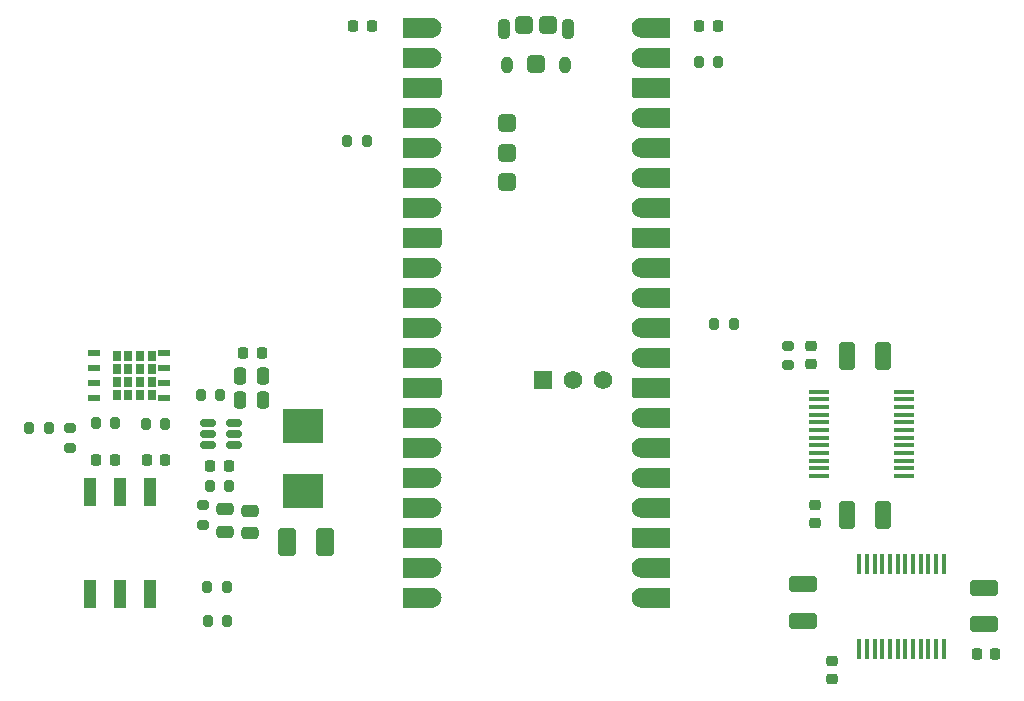
<source format=gbr>
%TF.GenerationSoftware,KiCad,Pcbnew,8.0.1*%
%TF.CreationDate,2025-03-10T11:27:28+01:00*%
%TF.ProjectId,main_board,6d61696e-5f62-46f6-9172-642e6b696361,rev?*%
%TF.SameCoordinates,Original*%
%TF.FileFunction,Paste,Top*%
%TF.FilePolarity,Positive*%
%FSLAX46Y46*%
G04 Gerber Fmt 4.6, Leading zero omitted, Abs format (unit mm)*
G04 Created by KiCad (PCBNEW 8.0.1) date 2025-03-10 11:27:28*
%MOMM*%
%LPD*%
G01*
G04 APERTURE LIST*
G04 Aperture macros list*
%AMRoundRect*
0 Rectangle with rounded corners*
0 $1 Rounding radius*
0 $2 $3 $4 $5 $6 $7 $8 $9 X,Y pos of 4 corners*
0 Add a 4 corners polygon primitive as box body*
4,1,4,$2,$3,$4,$5,$6,$7,$8,$9,$2,$3,0*
0 Add four circle primitives for the rounded corners*
1,1,$1+$1,$2,$3*
1,1,$1+$1,$4,$5*
1,1,$1+$1,$6,$7*
1,1,$1+$1,$8,$9*
0 Add four rect primitives between the rounded corners*
20,1,$1+$1,$2,$3,$4,$5,0*
20,1,$1+$1,$4,$5,$6,$7,0*
20,1,$1+$1,$6,$7,$8,$9,0*
20,1,$1+$1,$8,$9,$2,$3,0*%
G04 Aperture macros list end*
%ADD10C,0.010000*%
%ADD11R,0.450000X1.750000*%
%ADD12RoundRect,0.200000X-0.200000X-0.275000X0.200000X-0.275000X0.200000X0.275000X-0.200000X0.275000X0*%
%ADD13RoundRect,0.250000X0.925000X-0.412500X0.925000X0.412500X-0.925000X0.412500X-0.925000X-0.412500X0*%
%ADD14RoundRect,0.225000X-0.250000X0.225000X-0.250000X-0.225000X0.250000X-0.225000X0.250000X0.225000X0*%
%ADD15RoundRect,0.250000X0.475000X-0.250000X0.475000X0.250000X-0.475000X0.250000X-0.475000X-0.250000X0*%
%ADD16RoundRect,0.200000X0.200000X0.275000X-0.200000X0.275000X-0.200000X-0.275000X0.200000X-0.275000X0*%
%ADD17RoundRect,0.150000X0.512500X0.150000X-0.512500X0.150000X-0.512500X-0.150000X0.512500X-0.150000X0*%
%ADD18RoundRect,0.250000X-0.250000X-0.475000X0.250000X-0.475000X0.250000X0.475000X-0.250000X0.475000X0*%
%ADD19RoundRect,0.250000X-0.412500X-0.925000X0.412500X-0.925000X0.412500X0.925000X-0.412500X0.925000X0*%
%ADD20R,1.120000X2.440000*%
%ADD21RoundRect,0.200000X0.275000X-0.200000X0.275000X0.200000X-0.275000X0.200000X-0.275000X-0.200000X0*%
%ADD22RoundRect,0.218750X0.218750X0.256250X-0.218750X0.256250X-0.218750X-0.256250X0.218750X-0.256250X0*%
%ADD23RoundRect,0.218750X-0.218750X-0.256250X0.218750X-0.256250X0.218750X0.256250X-0.218750X0.256250X0*%
%ADD24R,3.500000X2.950000*%
%ADD25R,1.750000X0.450000*%
%ADD26O,1.100000X1.800000*%
%ADD27O,1.050000X1.450000*%
%ADD28R,1.574800X1.574800*%
%ADD29C,1.574800*%
%ADD30RoundRect,0.300000X-0.450000X-0.450000X0.450000X-0.450000X0.450000X0.450000X-0.450000X0.450000X0*%
%ADD31RoundRect,0.250001X0.499999X0.924999X-0.499999X0.924999X-0.499999X-0.924999X0.499999X-0.924999X0*%
%ADD32R,0.780000X0.900000*%
%ADD33R,1.075000X0.500000*%
%ADD34R,0.975000X0.500000*%
%ADD35RoundRect,0.200000X-0.275000X0.200000X-0.275000X-0.200000X0.275000X-0.200000X0.275000X0.200000X0*%
%ADD36RoundRect,0.225000X-0.225000X-0.250000X0.225000X-0.250000X0.225000X0.250000X-0.225000X0.250000X0*%
%ADD37RoundRect,0.225000X0.225000X0.250000X-0.225000X0.250000X-0.225000X-0.250000X0.225000X-0.250000X0*%
%ADD38RoundRect,0.225000X0.250000X-0.225000X0.250000X0.225000X-0.250000X0.225000X-0.250000X-0.225000X0*%
G04 APERTURE END LIST*
D10*
%TO.C,U1*%
X137822000Y-66291000D02*
X137864000Y-66294000D01*
X137905000Y-66300000D01*
X137946000Y-66307000D01*
X137987000Y-66317000D01*
X138027000Y-66329000D01*
X138067000Y-66343000D01*
X138105000Y-66359000D01*
X138143000Y-66377000D01*
X138180000Y-66397000D01*
X138216000Y-66419000D01*
X138250000Y-66443000D01*
X138283000Y-66468000D01*
X138315000Y-66495000D01*
X138346000Y-66524000D01*
X138375000Y-66555000D01*
X138402000Y-66587000D01*
X138427000Y-66620000D01*
X138451000Y-66654000D01*
X138473000Y-66690000D01*
X138493000Y-66727000D01*
X138511000Y-66765000D01*
X138527000Y-66803000D01*
X138541000Y-66843000D01*
X138553000Y-66883000D01*
X138563000Y-66924000D01*
X138570000Y-66965000D01*
X138576000Y-67006000D01*
X138579000Y-67048000D01*
X138580000Y-67090000D01*
X138579000Y-67132000D01*
X138576000Y-67174000D01*
X138570000Y-67215000D01*
X138563000Y-67256000D01*
X138553000Y-67297000D01*
X138541000Y-67337000D01*
X138527000Y-67377000D01*
X138511000Y-67415000D01*
X138493000Y-67453000D01*
X138473000Y-67490000D01*
X138451000Y-67526000D01*
X138427000Y-67560000D01*
X138402000Y-67593000D01*
X138375000Y-67625000D01*
X138346000Y-67656000D01*
X138315000Y-67685000D01*
X138283000Y-67712000D01*
X138250000Y-67737000D01*
X138216000Y-67761000D01*
X138180000Y-67783000D01*
X138143000Y-67803000D01*
X138105000Y-67821000D01*
X138067000Y-67837000D01*
X138027000Y-67851000D01*
X137987000Y-67863000D01*
X137946000Y-67873000D01*
X137905000Y-67880000D01*
X137864000Y-67886000D01*
X137822000Y-67889000D01*
X137780000Y-67890000D01*
X135380000Y-67890000D01*
X135380000Y-66290000D01*
X137780000Y-66290000D01*
X137822000Y-66291000D01*
G36*
X137822000Y-66291000D02*
G01*
X137864000Y-66294000D01*
X137905000Y-66300000D01*
X137946000Y-66307000D01*
X137987000Y-66317000D01*
X138027000Y-66329000D01*
X138067000Y-66343000D01*
X138105000Y-66359000D01*
X138143000Y-66377000D01*
X138180000Y-66397000D01*
X138216000Y-66419000D01*
X138250000Y-66443000D01*
X138283000Y-66468000D01*
X138315000Y-66495000D01*
X138346000Y-66524000D01*
X138375000Y-66555000D01*
X138402000Y-66587000D01*
X138427000Y-66620000D01*
X138451000Y-66654000D01*
X138473000Y-66690000D01*
X138493000Y-66727000D01*
X138511000Y-66765000D01*
X138527000Y-66803000D01*
X138541000Y-66843000D01*
X138553000Y-66883000D01*
X138563000Y-66924000D01*
X138570000Y-66965000D01*
X138576000Y-67006000D01*
X138579000Y-67048000D01*
X138580000Y-67090000D01*
X138579000Y-67132000D01*
X138576000Y-67174000D01*
X138570000Y-67215000D01*
X138563000Y-67256000D01*
X138553000Y-67297000D01*
X138541000Y-67337000D01*
X138527000Y-67377000D01*
X138511000Y-67415000D01*
X138493000Y-67453000D01*
X138473000Y-67490000D01*
X138451000Y-67526000D01*
X138427000Y-67560000D01*
X138402000Y-67593000D01*
X138375000Y-67625000D01*
X138346000Y-67656000D01*
X138315000Y-67685000D01*
X138283000Y-67712000D01*
X138250000Y-67737000D01*
X138216000Y-67761000D01*
X138180000Y-67783000D01*
X138143000Y-67803000D01*
X138105000Y-67821000D01*
X138067000Y-67837000D01*
X138027000Y-67851000D01*
X137987000Y-67863000D01*
X137946000Y-67873000D01*
X137905000Y-67880000D01*
X137864000Y-67886000D01*
X137822000Y-67889000D01*
X137780000Y-67890000D01*
X135380000Y-67890000D01*
X135380000Y-66290000D01*
X137780000Y-66290000D01*
X137822000Y-66291000D01*
G37*
X137822000Y-68831000D02*
X137864000Y-68834000D01*
X137905000Y-68840000D01*
X137946000Y-68847000D01*
X137987000Y-68857000D01*
X138027000Y-68869000D01*
X138067000Y-68883000D01*
X138105000Y-68899000D01*
X138143000Y-68917000D01*
X138180000Y-68937000D01*
X138216000Y-68959000D01*
X138250000Y-68983000D01*
X138283000Y-69008000D01*
X138315000Y-69035000D01*
X138346000Y-69064000D01*
X138375000Y-69095000D01*
X138402000Y-69127000D01*
X138427000Y-69160000D01*
X138451000Y-69194000D01*
X138473000Y-69230000D01*
X138493000Y-69267000D01*
X138511000Y-69305000D01*
X138527000Y-69343000D01*
X138541000Y-69383000D01*
X138553000Y-69423000D01*
X138563000Y-69464000D01*
X138570000Y-69505000D01*
X138576000Y-69546000D01*
X138579000Y-69588000D01*
X138580000Y-69630000D01*
X138579000Y-69672000D01*
X138576000Y-69714000D01*
X138570000Y-69755000D01*
X138563000Y-69796000D01*
X138553000Y-69837000D01*
X138541000Y-69877000D01*
X138527000Y-69917000D01*
X138511000Y-69955000D01*
X138493000Y-69993000D01*
X138473000Y-70030000D01*
X138451000Y-70066000D01*
X138427000Y-70100000D01*
X138402000Y-70133000D01*
X138375000Y-70165000D01*
X138346000Y-70196000D01*
X138315000Y-70225000D01*
X138283000Y-70252000D01*
X138250000Y-70277000D01*
X138216000Y-70301000D01*
X138180000Y-70323000D01*
X138143000Y-70343000D01*
X138105000Y-70361000D01*
X138067000Y-70377000D01*
X138027000Y-70391000D01*
X137987000Y-70403000D01*
X137946000Y-70413000D01*
X137905000Y-70420000D01*
X137864000Y-70426000D01*
X137822000Y-70429000D01*
X137780000Y-70430000D01*
X135380000Y-70430000D01*
X135380000Y-68830000D01*
X137780000Y-68830000D01*
X137822000Y-68831000D01*
G36*
X137822000Y-68831000D02*
G01*
X137864000Y-68834000D01*
X137905000Y-68840000D01*
X137946000Y-68847000D01*
X137987000Y-68857000D01*
X138027000Y-68869000D01*
X138067000Y-68883000D01*
X138105000Y-68899000D01*
X138143000Y-68917000D01*
X138180000Y-68937000D01*
X138216000Y-68959000D01*
X138250000Y-68983000D01*
X138283000Y-69008000D01*
X138315000Y-69035000D01*
X138346000Y-69064000D01*
X138375000Y-69095000D01*
X138402000Y-69127000D01*
X138427000Y-69160000D01*
X138451000Y-69194000D01*
X138473000Y-69230000D01*
X138493000Y-69267000D01*
X138511000Y-69305000D01*
X138527000Y-69343000D01*
X138541000Y-69383000D01*
X138553000Y-69423000D01*
X138563000Y-69464000D01*
X138570000Y-69505000D01*
X138576000Y-69546000D01*
X138579000Y-69588000D01*
X138580000Y-69630000D01*
X138579000Y-69672000D01*
X138576000Y-69714000D01*
X138570000Y-69755000D01*
X138563000Y-69796000D01*
X138553000Y-69837000D01*
X138541000Y-69877000D01*
X138527000Y-69917000D01*
X138511000Y-69955000D01*
X138493000Y-69993000D01*
X138473000Y-70030000D01*
X138451000Y-70066000D01*
X138427000Y-70100000D01*
X138402000Y-70133000D01*
X138375000Y-70165000D01*
X138346000Y-70196000D01*
X138315000Y-70225000D01*
X138283000Y-70252000D01*
X138250000Y-70277000D01*
X138216000Y-70301000D01*
X138180000Y-70323000D01*
X138143000Y-70343000D01*
X138105000Y-70361000D01*
X138067000Y-70377000D01*
X138027000Y-70391000D01*
X137987000Y-70403000D01*
X137946000Y-70413000D01*
X137905000Y-70420000D01*
X137864000Y-70426000D01*
X137822000Y-70429000D01*
X137780000Y-70430000D01*
X135380000Y-70430000D01*
X135380000Y-68830000D01*
X137780000Y-68830000D01*
X137822000Y-68831000D01*
G37*
X137822000Y-73911000D02*
X137864000Y-73914000D01*
X137905000Y-73920000D01*
X137946000Y-73927000D01*
X137987000Y-73937000D01*
X138027000Y-73949000D01*
X138067000Y-73963000D01*
X138105000Y-73979000D01*
X138143000Y-73997000D01*
X138180000Y-74017000D01*
X138216000Y-74039000D01*
X138250000Y-74063000D01*
X138283000Y-74088000D01*
X138315000Y-74115000D01*
X138346000Y-74144000D01*
X138375000Y-74175000D01*
X138402000Y-74207000D01*
X138427000Y-74240000D01*
X138451000Y-74274000D01*
X138473000Y-74310000D01*
X138493000Y-74347000D01*
X138511000Y-74385000D01*
X138527000Y-74423000D01*
X138541000Y-74463000D01*
X138553000Y-74503000D01*
X138563000Y-74544000D01*
X138570000Y-74585000D01*
X138576000Y-74626000D01*
X138579000Y-74668000D01*
X138580000Y-74710000D01*
X138579000Y-74752000D01*
X138576000Y-74794000D01*
X138570000Y-74835000D01*
X138563000Y-74876000D01*
X138553000Y-74917000D01*
X138541000Y-74957000D01*
X138527000Y-74997000D01*
X138511000Y-75035000D01*
X138493000Y-75073000D01*
X138473000Y-75110000D01*
X138451000Y-75146000D01*
X138427000Y-75180000D01*
X138402000Y-75213000D01*
X138375000Y-75245000D01*
X138346000Y-75276000D01*
X138315000Y-75305000D01*
X138283000Y-75332000D01*
X138250000Y-75357000D01*
X138216000Y-75381000D01*
X138180000Y-75403000D01*
X138143000Y-75423000D01*
X138105000Y-75441000D01*
X138067000Y-75457000D01*
X138027000Y-75471000D01*
X137987000Y-75483000D01*
X137946000Y-75493000D01*
X137905000Y-75500000D01*
X137864000Y-75506000D01*
X137822000Y-75509000D01*
X137780000Y-75510000D01*
X135380000Y-75510000D01*
X135380000Y-73910000D01*
X137780000Y-73910000D01*
X137822000Y-73911000D01*
G36*
X137822000Y-73911000D02*
G01*
X137864000Y-73914000D01*
X137905000Y-73920000D01*
X137946000Y-73927000D01*
X137987000Y-73937000D01*
X138027000Y-73949000D01*
X138067000Y-73963000D01*
X138105000Y-73979000D01*
X138143000Y-73997000D01*
X138180000Y-74017000D01*
X138216000Y-74039000D01*
X138250000Y-74063000D01*
X138283000Y-74088000D01*
X138315000Y-74115000D01*
X138346000Y-74144000D01*
X138375000Y-74175000D01*
X138402000Y-74207000D01*
X138427000Y-74240000D01*
X138451000Y-74274000D01*
X138473000Y-74310000D01*
X138493000Y-74347000D01*
X138511000Y-74385000D01*
X138527000Y-74423000D01*
X138541000Y-74463000D01*
X138553000Y-74503000D01*
X138563000Y-74544000D01*
X138570000Y-74585000D01*
X138576000Y-74626000D01*
X138579000Y-74668000D01*
X138580000Y-74710000D01*
X138579000Y-74752000D01*
X138576000Y-74794000D01*
X138570000Y-74835000D01*
X138563000Y-74876000D01*
X138553000Y-74917000D01*
X138541000Y-74957000D01*
X138527000Y-74997000D01*
X138511000Y-75035000D01*
X138493000Y-75073000D01*
X138473000Y-75110000D01*
X138451000Y-75146000D01*
X138427000Y-75180000D01*
X138402000Y-75213000D01*
X138375000Y-75245000D01*
X138346000Y-75276000D01*
X138315000Y-75305000D01*
X138283000Y-75332000D01*
X138250000Y-75357000D01*
X138216000Y-75381000D01*
X138180000Y-75403000D01*
X138143000Y-75423000D01*
X138105000Y-75441000D01*
X138067000Y-75457000D01*
X138027000Y-75471000D01*
X137987000Y-75483000D01*
X137946000Y-75493000D01*
X137905000Y-75500000D01*
X137864000Y-75506000D01*
X137822000Y-75509000D01*
X137780000Y-75510000D01*
X135380000Y-75510000D01*
X135380000Y-73910000D01*
X137780000Y-73910000D01*
X137822000Y-73911000D01*
G37*
X137822000Y-76451000D02*
X137864000Y-76454000D01*
X137905000Y-76460000D01*
X137946000Y-76467000D01*
X137987000Y-76477000D01*
X138027000Y-76489000D01*
X138067000Y-76503000D01*
X138105000Y-76519000D01*
X138143000Y-76537000D01*
X138180000Y-76557000D01*
X138216000Y-76579000D01*
X138250000Y-76603000D01*
X138283000Y-76628000D01*
X138315000Y-76655000D01*
X138346000Y-76684000D01*
X138375000Y-76715000D01*
X138402000Y-76747000D01*
X138427000Y-76780000D01*
X138451000Y-76814000D01*
X138473000Y-76850000D01*
X138493000Y-76887000D01*
X138511000Y-76925000D01*
X138527000Y-76963000D01*
X138541000Y-77003000D01*
X138553000Y-77043000D01*
X138563000Y-77084000D01*
X138570000Y-77125000D01*
X138576000Y-77166000D01*
X138579000Y-77208000D01*
X138580000Y-77250000D01*
X138579000Y-77292000D01*
X138576000Y-77334000D01*
X138570000Y-77375000D01*
X138563000Y-77416000D01*
X138553000Y-77457000D01*
X138541000Y-77497000D01*
X138527000Y-77537000D01*
X138511000Y-77575000D01*
X138493000Y-77613000D01*
X138473000Y-77650000D01*
X138451000Y-77686000D01*
X138427000Y-77720000D01*
X138402000Y-77753000D01*
X138375000Y-77785000D01*
X138346000Y-77816000D01*
X138315000Y-77845000D01*
X138283000Y-77872000D01*
X138250000Y-77897000D01*
X138216000Y-77921000D01*
X138180000Y-77943000D01*
X138143000Y-77963000D01*
X138105000Y-77981000D01*
X138067000Y-77997000D01*
X138027000Y-78011000D01*
X137987000Y-78023000D01*
X137946000Y-78033000D01*
X137905000Y-78040000D01*
X137864000Y-78046000D01*
X137822000Y-78049000D01*
X137780000Y-78050000D01*
X135380000Y-78050000D01*
X135380000Y-76450000D01*
X137780000Y-76450000D01*
X137822000Y-76451000D01*
G36*
X137822000Y-76451000D02*
G01*
X137864000Y-76454000D01*
X137905000Y-76460000D01*
X137946000Y-76467000D01*
X137987000Y-76477000D01*
X138027000Y-76489000D01*
X138067000Y-76503000D01*
X138105000Y-76519000D01*
X138143000Y-76537000D01*
X138180000Y-76557000D01*
X138216000Y-76579000D01*
X138250000Y-76603000D01*
X138283000Y-76628000D01*
X138315000Y-76655000D01*
X138346000Y-76684000D01*
X138375000Y-76715000D01*
X138402000Y-76747000D01*
X138427000Y-76780000D01*
X138451000Y-76814000D01*
X138473000Y-76850000D01*
X138493000Y-76887000D01*
X138511000Y-76925000D01*
X138527000Y-76963000D01*
X138541000Y-77003000D01*
X138553000Y-77043000D01*
X138563000Y-77084000D01*
X138570000Y-77125000D01*
X138576000Y-77166000D01*
X138579000Y-77208000D01*
X138580000Y-77250000D01*
X138579000Y-77292000D01*
X138576000Y-77334000D01*
X138570000Y-77375000D01*
X138563000Y-77416000D01*
X138553000Y-77457000D01*
X138541000Y-77497000D01*
X138527000Y-77537000D01*
X138511000Y-77575000D01*
X138493000Y-77613000D01*
X138473000Y-77650000D01*
X138451000Y-77686000D01*
X138427000Y-77720000D01*
X138402000Y-77753000D01*
X138375000Y-77785000D01*
X138346000Y-77816000D01*
X138315000Y-77845000D01*
X138283000Y-77872000D01*
X138250000Y-77897000D01*
X138216000Y-77921000D01*
X138180000Y-77943000D01*
X138143000Y-77963000D01*
X138105000Y-77981000D01*
X138067000Y-77997000D01*
X138027000Y-78011000D01*
X137987000Y-78023000D01*
X137946000Y-78033000D01*
X137905000Y-78040000D01*
X137864000Y-78046000D01*
X137822000Y-78049000D01*
X137780000Y-78050000D01*
X135380000Y-78050000D01*
X135380000Y-76450000D01*
X137780000Y-76450000D01*
X137822000Y-76451000D01*
G37*
X137822000Y-78991000D02*
X137864000Y-78994000D01*
X137905000Y-79000000D01*
X137946000Y-79007000D01*
X137987000Y-79017000D01*
X138027000Y-79029000D01*
X138067000Y-79043000D01*
X138105000Y-79059000D01*
X138143000Y-79077000D01*
X138180000Y-79097000D01*
X138216000Y-79119000D01*
X138250000Y-79143000D01*
X138283000Y-79168000D01*
X138315000Y-79195000D01*
X138346000Y-79224000D01*
X138375000Y-79255000D01*
X138402000Y-79287000D01*
X138427000Y-79320000D01*
X138451000Y-79354000D01*
X138473000Y-79390000D01*
X138493000Y-79427000D01*
X138511000Y-79465000D01*
X138527000Y-79503000D01*
X138541000Y-79543000D01*
X138553000Y-79583000D01*
X138563000Y-79624000D01*
X138570000Y-79665000D01*
X138576000Y-79706000D01*
X138579000Y-79748000D01*
X138580000Y-79790000D01*
X138579000Y-79832000D01*
X138576000Y-79874000D01*
X138570000Y-79915000D01*
X138563000Y-79956000D01*
X138553000Y-79997000D01*
X138541000Y-80037000D01*
X138527000Y-80077000D01*
X138511000Y-80115000D01*
X138493000Y-80153000D01*
X138473000Y-80190000D01*
X138451000Y-80226000D01*
X138427000Y-80260000D01*
X138402000Y-80293000D01*
X138375000Y-80325000D01*
X138346000Y-80356000D01*
X138315000Y-80385000D01*
X138283000Y-80412000D01*
X138250000Y-80437000D01*
X138216000Y-80461000D01*
X138180000Y-80483000D01*
X138143000Y-80503000D01*
X138105000Y-80521000D01*
X138067000Y-80537000D01*
X138027000Y-80551000D01*
X137987000Y-80563000D01*
X137946000Y-80573000D01*
X137905000Y-80580000D01*
X137864000Y-80586000D01*
X137822000Y-80589000D01*
X137780000Y-80590000D01*
X135380000Y-80590000D01*
X135380000Y-78990000D01*
X137780000Y-78990000D01*
X137822000Y-78991000D01*
G36*
X137822000Y-78991000D02*
G01*
X137864000Y-78994000D01*
X137905000Y-79000000D01*
X137946000Y-79007000D01*
X137987000Y-79017000D01*
X138027000Y-79029000D01*
X138067000Y-79043000D01*
X138105000Y-79059000D01*
X138143000Y-79077000D01*
X138180000Y-79097000D01*
X138216000Y-79119000D01*
X138250000Y-79143000D01*
X138283000Y-79168000D01*
X138315000Y-79195000D01*
X138346000Y-79224000D01*
X138375000Y-79255000D01*
X138402000Y-79287000D01*
X138427000Y-79320000D01*
X138451000Y-79354000D01*
X138473000Y-79390000D01*
X138493000Y-79427000D01*
X138511000Y-79465000D01*
X138527000Y-79503000D01*
X138541000Y-79543000D01*
X138553000Y-79583000D01*
X138563000Y-79624000D01*
X138570000Y-79665000D01*
X138576000Y-79706000D01*
X138579000Y-79748000D01*
X138580000Y-79790000D01*
X138579000Y-79832000D01*
X138576000Y-79874000D01*
X138570000Y-79915000D01*
X138563000Y-79956000D01*
X138553000Y-79997000D01*
X138541000Y-80037000D01*
X138527000Y-80077000D01*
X138511000Y-80115000D01*
X138493000Y-80153000D01*
X138473000Y-80190000D01*
X138451000Y-80226000D01*
X138427000Y-80260000D01*
X138402000Y-80293000D01*
X138375000Y-80325000D01*
X138346000Y-80356000D01*
X138315000Y-80385000D01*
X138283000Y-80412000D01*
X138250000Y-80437000D01*
X138216000Y-80461000D01*
X138180000Y-80483000D01*
X138143000Y-80503000D01*
X138105000Y-80521000D01*
X138067000Y-80537000D01*
X138027000Y-80551000D01*
X137987000Y-80563000D01*
X137946000Y-80573000D01*
X137905000Y-80580000D01*
X137864000Y-80586000D01*
X137822000Y-80589000D01*
X137780000Y-80590000D01*
X135380000Y-80590000D01*
X135380000Y-78990000D01*
X137780000Y-78990000D01*
X137822000Y-78991000D01*
G37*
X137822000Y-81531000D02*
X137864000Y-81534000D01*
X137905000Y-81540000D01*
X137946000Y-81547000D01*
X137987000Y-81557000D01*
X138027000Y-81569000D01*
X138067000Y-81583000D01*
X138105000Y-81599000D01*
X138143000Y-81617000D01*
X138180000Y-81637000D01*
X138216000Y-81659000D01*
X138250000Y-81683000D01*
X138283000Y-81708000D01*
X138315000Y-81735000D01*
X138346000Y-81764000D01*
X138375000Y-81795000D01*
X138402000Y-81827000D01*
X138427000Y-81860000D01*
X138451000Y-81894000D01*
X138473000Y-81930000D01*
X138493000Y-81967000D01*
X138511000Y-82005000D01*
X138527000Y-82043000D01*
X138541000Y-82083000D01*
X138553000Y-82123000D01*
X138563000Y-82164000D01*
X138570000Y-82205000D01*
X138576000Y-82246000D01*
X138579000Y-82288000D01*
X138580000Y-82330000D01*
X138579000Y-82372000D01*
X138576000Y-82414000D01*
X138570000Y-82455000D01*
X138563000Y-82496000D01*
X138553000Y-82537000D01*
X138541000Y-82577000D01*
X138527000Y-82617000D01*
X138511000Y-82655000D01*
X138493000Y-82693000D01*
X138473000Y-82730000D01*
X138451000Y-82766000D01*
X138427000Y-82800000D01*
X138402000Y-82833000D01*
X138375000Y-82865000D01*
X138346000Y-82896000D01*
X138315000Y-82925000D01*
X138283000Y-82952000D01*
X138250000Y-82977000D01*
X138216000Y-83001000D01*
X138180000Y-83023000D01*
X138143000Y-83043000D01*
X138105000Y-83061000D01*
X138067000Y-83077000D01*
X138027000Y-83091000D01*
X137987000Y-83103000D01*
X137946000Y-83113000D01*
X137905000Y-83120000D01*
X137864000Y-83126000D01*
X137822000Y-83129000D01*
X137780000Y-83130000D01*
X135380000Y-83130000D01*
X135380000Y-81530000D01*
X137780000Y-81530000D01*
X137822000Y-81531000D01*
G36*
X137822000Y-81531000D02*
G01*
X137864000Y-81534000D01*
X137905000Y-81540000D01*
X137946000Y-81547000D01*
X137987000Y-81557000D01*
X138027000Y-81569000D01*
X138067000Y-81583000D01*
X138105000Y-81599000D01*
X138143000Y-81617000D01*
X138180000Y-81637000D01*
X138216000Y-81659000D01*
X138250000Y-81683000D01*
X138283000Y-81708000D01*
X138315000Y-81735000D01*
X138346000Y-81764000D01*
X138375000Y-81795000D01*
X138402000Y-81827000D01*
X138427000Y-81860000D01*
X138451000Y-81894000D01*
X138473000Y-81930000D01*
X138493000Y-81967000D01*
X138511000Y-82005000D01*
X138527000Y-82043000D01*
X138541000Y-82083000D01*
X138553000Y-82123000D01*
X138563000Y-82164000D01*
X138570000Y-82205000D01*
X138576000Y-82246000D01*
X138579000Y-82288000D01*
X138580000Y-82330000D01*
X138579000Y-82372000D01*
X138576000Y-82414000D01*
X138570000Y-82455000D01*
X138563000Y-82496000D01*
X138553000Y-82537000D01*
X138541000Y-82577000D01*
X138527000Y-82617000D01*
X138511000Y-82655000D01*
X138493000Y-82693000D01*
X138473000Y-82730000D01*
X138451000Y-82766000D01*
X138427000Y-82800000D01*
X138402000Y-82833000D01*
X138375000Y-82865000D01*
X138346000Y-82896000D01*
X138315000Y-82925000D01*
X138283000Y-82952000D01*
X138250000Y-82977000D01*
X138216000Y-83001000D01*
X138180000Y-83023000D01*
X138143000Y-83043000D01*
X138105000Y-83061000D01*
X138067000Y-83077000D01*
X138027000Y-83091000D01*
X137987000Y-83103000D01*
X137946000Y-83113000D01*
X137905000Y-83120000D01*
X137864000Y-83126000D01*
X137822000Y-83129000D01*
X137780000Y-83130000D01*
X135380000Y-83130000D01*
X135380000Y-81530000D01*
X137780000Y-81530000D01*
X137822000Y-81531000D01*
G37*
X137822000Y-86611000D02*
X137864000Y-86614000D01*
X137905000Y-86620000D01*
X137946000Y-86627000D01*
X137987000Y-86637000D01*
X138027000Y-86649000D01*
X138067000Y-86663000D01*
X138105000Y-86679000D01*
X138143000Y-86697000D01*
X138180000Y-86717000D01*
X138216000Y-86739000D01*
X138250000Y-86763000D01*
X138283000Y-86788000D01*
X138315000Y-86815000D01*
X138346000Y-86844000D01*
X138375000Y-86875000D01*
X138402000Y-86907000D01*
X138427000Y-86940000D01*
X138451000Y-86974000D01*
X138473000Y-87010000D01*
X138493000Y-87047000D01*
X138511000Y-87085000D01*
X138527000Y-87123000D01*
X138541000Y-87163000D01*
X138553000Y-87203000D01*
X138563000Y-87244000D01*
X138570000Y-87285000D01*
X138576000Y-87326000D01*
X138579000Y-87368000D01*
X138580000Y-87410000D01*
X138579000Y-87452000D01*
X138576000Y-87494000D01*
X138570000Y-87535000D01*
X138563000Y-87576000D01*
X138553000Y-87617000D01*
X138541000Y-87657000D01*
X138527000Y-87697000D01*
X138511000Y-87735000D01*
X138493000Y-87773000D01*
X138473000Y-87810000D01*
X138451000Y-87846000D01*
X138427000Y-87880000D01*
X138402000Y-87913000D01*
X138375000Y-87945000D01*
X138346000Y-87976000D01*
X138315000Y-88005000D01*
X138283000Y-88032000D01*
X138250000Y-88057000D01*
X138216000Y-88081000D01*
X138180000Y-88103000D01*
X138143000Y-88123000D01*
X138105000Y-88141000D01*
X138067000Y-88157000D01*
X138027000Y-88171000D01*
X137987000Y-88183000D01*
X137946000Y-88193000D01*
X137905000Y-88200000D01*
X137864000Y-88206000D01*
X137822000Y-88209000D01*
X137780000Y-88210000D01*
X135380000Y-88210000D01*
X135380000Y-86610000D01*
X137780000Y-86610000D01*
X137822000Y-86611000D01*
G36*
X137822000Y-86611000D02*
G01*
X137864000Y-86614000D01*
X137905000Y-86620000D01*
X137946000Y-86627000D01*
X137987000Y-86637000D01*
X138027000Y-86649000D01*
X138067000Y-86663000D01*
X138105000Y-86679000D01*
X138143000Y-86697000D01*
X138180000Y-86717000D01*
X138216000Y-86739000D01*
X138250000Y-86763000D01*
X138283000Y-86788000D01*
X138315000Y-86815000D01*
X138346000Y-86844000D01*
X138375000Y-86875000D01*
X138402000Y-86907000D01*
X138427000Y-86940000D01*
X138451000Y-86974000D01*
X138473000Y-87010000D01*
X138493000Y-87047000D01*
X138511000Y-87085000D01*
X138527000Y-87123000D01*
X138541000Y-87163000D01*
X138553000Y-87203000D01*
X138563000Y-87244000D01*
X138570000Y-87285000D01*
X138576000Y-87326000D01*
X138579000Y-87368000D01*
X138580000Y-87410000D01*
X138579000Y-87452000D01*
X138576000Y-87494000D01*
X138570000Y-87535000D01*
X138563000Y-87576000D01*
X138553000Y-87617000D01*
X138541000Y-87657000D01*
X138527000Y-87697000D01*
X138511000Y-87735000D01*
X138493000Y-87773000D01*
X138473000Y-87810000D01*
X138451000Y-87846000D01*
X138427000Y-87880000D01*
X138402000Y-87913000D01*
X138375000Y-87945000D01*
X138346000Y-87976000D01*
X138315000Y-88005000D01*
X138283000Y-88032000D01*
X138250000Y-88057000D01*
X138216000Y-88081000D01*
X138180000Y-88103000D01*
X138143000Y-88123000D01*
X138105000Y-88141000D01*
X138067000Y-88157000D01*
X138027000Y-88171000D01*
X137987000Y-88183000D01*
X137946000Y-88193000D01*
X137905000Y-88200000D01*
X137864000Y-88206000D01*
X137822000Y-88209000D01*
X137780000Y-88210000D01*
X135380000Y-88210000D01*
X135380000Y-86610000D01*
X137780000Y-86610000D01*
X137822000Y-86611000D01*
G37*
X137822000Y-89151000D02*
X137864000Y-89154000D01*
X137905000Y-89160000D01*
X137946000Y-89167000D01*
X137987000Y-89177000D01*
X138027000Y-89189000D01*
X138067000Y-89203000D01*
X138105000Y-89219000D01*
X138143000Y-89237000D01*
X138180000Y-89257000D01*
X138216000Y-89279000D01*
X138250000Y-89303000D01*
X138283000Y-89328000D01*
X138315000Y-89355000D01*
X138346000Y-89384000D01*
X138375000Y-89415000D01*
X138402000Y-89447000D01*
X138427000Y-89480000D01*
X138451000Y-89514000D01*
X138473000Y-89550000D01*
X138493000Y-89587000D01*
X138511000Y-89625000D01*
X138527000Y-89663000D01*
X138541000Y-89703000D01*
X138553000Y-89743000D01*
X138563000Y-89784000D01*
X138570000Y-89825000D01*
X138576000Y-89866000D01*
X138579000Y-89908000D01*
X138580000Y-89950000D01*
X138579000Y-89992000D01*
X138576000Y-90034000D01*
X138570000Y-90075000D01*
X138563000Y-90116000D01*
X138553000Y-90157000D01*
X138541000Y-90197000D01*
X138527000Y-90237000D01*
X138511000Y-90275000D01*
X138493000Y-90313000D01*
X138473000Y-90350000D01*
X138451000Y-90386000D01*
X138427000Y-90420000D01*
X138402000Y-90453000D01*
X138375000Y-90485000D01*
X138346000Y-90516000D01*
X138315000Y-90545000D01*
X138283000Y-90572000D01*
X138250000Y-90597000D01*
X138216000Y-90621000D01*
X138180000Y-90643000D01*
X138143000Y-90663000D01*
X138105000Y-90681000D01*
X138067000Y-90697000D01*
X138027000Y-90711000D01*
X137987000Y-90723000D01*
X137946000Y-90733000D01*
X137905000Y-90740000D01*
X137864000Y-90746000D01*
X137822000Y-90749000D01*
X137780000Y-90750000D01*
X135380000Y-90750000D01*
X135380000Y-89150000D01*
X137780000Y-89150000D01*
X137822000Y-89151000D01*
G36*
X137822000Y-89151000D02*
G01*
X137864000Y-89154000D01*
X137905000Y-89160000D01*
X137946000Y-89167000D01*
X137987000Y-89177000D01*
X138027000Y-89189000D01*
X138067000Y-89203000D01*
X138105000Y-89219000D01*
X138143000Y-89237000D01*
X138180000Y-89257000D01*
X138216000Y-89279000D01*
X138250000Y-89303000D01*
X138283000Y-89328000D01*
X138315000Y-89355000D01*
X138346000Y-89384000D01*
X138375000Y-89415000D01*
X138402000Y-89447000D01*
X138427000Y-89480000D01*
X138451000Y-89514000D01*
X138473000Y-89550000D01*
X138493000Y-89587000D01*
X138511000Y-89625000D01*
X138527000Y-89663000D01*
X138541000Y-89703000D01*
X138553000Y-89743000D01*
X138563000Y-89784000D01*
X138570000Y-89825000D01*
X138576000Y-89866000D01*
X138579000Y-89908000D01*
X138580000Y-89950000D01*
X138579000Y-89992000D01*
X138576000Y-90034000D01*
X138570000Y-90075000D01*
X138563000Y-90116000D01*
X138553000Y-90157000D01*
X138541000Y-90197000D01*
X138527000Y-90237000D01*
X138511000Y-90275000D01*
X138493000Y-90313000D01*
X138473000Y-90350000D01*
X138451000Y-90386000D01*
X138427000Y-90420000D01*
X138402000Y-90453000D01*
X138375000Y-90485000D01*
X138346000Y-90516000D01*
X138315000Y-90545000D01*
X138283000Y-90572000D01*
X138250000Y-90597000D01*
X138216000Y-90621000D01*
X138180000Y-90643000D01*
X138143000Y-90663000D01*
X138105000Y-90681000D01*
X138067000Y-90697000D01*
X138027000Y-90711000D01*
X137987000Y-90723000D01*
X137946000Y-90733000D01*
X137905000Y-90740000D01*
X137864000Y-90746000D01*
X137822000Y-90749000D01*
X137780000Y-90750000D01*
X135380000Y-90750000D01*
X135380000Y-89150000D01*
X137780000Y-89150000D01*
X137822000Y-89151000D01*
G37*
X137822000Y-91691000D02*
X137864000Y-91694000D01*
X137905000Y-91700000D01*
X137946000Y-91707000D01*
X137987000Y-91717000D01*
X138027000Y-91729000D01*
X138067000Y-91743000D01*
X138105000Y-91759000D01*
X138143000Y-91777000D01*
X138180000Y-91797000D01*
X138216000Y-91819000D01*
X138250000Y-91843000D01*
X138283000Y-91868000D01*
X138315000Y-91895000D01*
X138346000Y-91924000D01*
X138375000Y-91955000D01*
X138402000Y-91987000D01*
X138427000Y-92020000D01*
X138451000Y-92054000D01*
X138473000Y-92090000D01*
X138493000Y-92127000D01*
X138511000Y-92165000D01*
X138527000Y-92203000D01*
X138541000Y-92243000D01*
X138553000Y-92283000D01*
X138563000Y-92324000D01*
X138570000Y-92365000D01*
X138576000Y-92406000D01*
X138579000Y-92448000D01*
X138580000Y-92490000D01*
X138579000Y-92532000D01*
X138576000Y-92574000D01*
X138570000Y-92615000D01*
X138563000Y-92656000D01*
X138553000Y-92697000D01*
X138541000Y-92737000D01*
X138527000Y-92777000D01*
X138511000Y-92815000D01*
X138493000Y-92853000D01*
X138473000Y-92890000D01*
X138451000Y-92926000D01*
X138427000Y-92960000D01*
X138402000Y-92993000D01*
X138375000Y-93025000D01*
X138346000Y-93056000D01*
X138315000Y-93085000D01*
X138283000Y-93112000D01*
X138250000Y-93137000D01*
X138216000Y-93161000D01*
X138180000Y-93183000D01*
X138143000Y-93203000D01*
X138105000Y-93221000D01*
X138067000Y-93237000D01*
X138027000Y-93251000D01*
X137987000Y-93263000D01*
X137946000Y-93273000D01*
X137905000Y-93280000D01*
X137864000Y-93286000D01*
X137822000Y-93289000D01*
X137780000Y-93290000D01*
X135380000Y-93290000D01*
X135380000Y-91690000D01*
X137780000Y-91690000D01*
X137822000Y-91691000D01*
G36*
X137822000Y-91691000D02*
G01*
X137864000Y-91694000D01*
X137905000Y-91700000D01*
X137946000Y-91707000D01*
X137987000Y-91717000D01*
X138027000Y-91729000D01*
X138067000Y-91743000D01*
X138105000Y-91759000D01*
X138143000Y-91777000D01*
X138180000Y-91797000D01*
X138216000Y-91819000D01*
X138250000Y-91843000D01*
X138283000Y-91868000D01*
X138315000Y-91895000D01*
X138346000Y-91924000D01*
X138375000Y-91955000D01*
X138402000Y-91987000D01*
X138427000Y-92020000D01*
X138451000Y-92054000D01*
X138473000Y-92090000D01*
X138493000Y-92127000D01*
X138511000Y-92165000D01*
X138527000Y-92203000D01*
X138541000Y-92243000D01*
X138553000Y-92283000D01*
X138563000Y-92324000D01*
X138570000Y-92365000D01*
X138576000Y-92406000D01*
X138579000Y-92448000D01*
X138580000Y-92490000D01*
X138579000Y-92532000D01*
X138576000Y-92574000D01*
X138570000Y-92615000D01*
X138563000Y-92656000D01*
X138553000Y-92697000D01*
X138541000Y-92737000D01*
X138527000Y-92777000D01*
X138511000Y-92815000D01*
X138493000Y-92853000D01*
X138473000Y-92890000D01*
X138451000Y-92926000D01*
X138427000Y-92960000D01*
X138402000Y-92993000D01*
X138375000Y-93025000D01*
X138346000Y-93056000D01*
X138315000Y-93085000D01*
X138283000Y-93112000D01*
X138250000Y-93137000D01*
X138216000Y-93161000D01*
X138180000Y-93183000D01*
X138143000Y-93203000D01*
X138105000Y-93221000D01*
X138067000Y-93237000D01*
X138027000Y-93251000D01*
X137987000Y-93263000D01*
X137946000Y-93273000D01*
X137905000Y-93280000D01*
X137864000Y-93286000D01*
X137822000Y-93289000D01*
X137780000Y-93290000D01*
X135380000Y-93290000D01*
X135380000Y-91690000D01*
X137780000Y-91690000D01*
X137822000Y-91691000D01*
G37*
X137822000Y-94231000D02*
X137864000Y-94234000D01*
X137905000Y-94240000D01*
X137946000Y-94247000D01*
X137987000Y-94257000D01*
X138027000Y-94269000D01*
X138067000Y-94283000D01*
X138105000Y-94299000D01*
X138143000Y-94317000D01*
X138180000Y-94337000D01*
X138216000Y-94359000D01*
X138250000Y-94383000D01*
X138283000Y-94408000D01*
X138315000Y-94435000D01*
X138346000Y-94464000D01*
X138375000Y-94495000D01*
X138402000Y-94527000D01*
X138427000Y-94560000D01*
X138451000Y-94594000D01*
X138473000Y-94630000D01*
X138493000Y-94667000D01*
X138511000Y-94705000D01*
X138527000Y-94743000D01*
X138541000Y-94783000D01*
X138553000Y-94823000D01*
X138563000Y-94864000D01*
X138570000Y-94905000D01*
X138576000Y-94946000D01*
X138579000Y-94988000D01*
X138580000Y-95030000D01*
X138579000Y-95072000D01*
X138576000Y-95114000D01*
X138570000Y-95155000D01*
X138563000Y-95196000D01*
X138553000Y-95237000D01*
X138541000Y-95277000D01*
X138527000Y-95317000D01*
X138511000Y-95355000D01*
X138493000Y-95393000D01*
X138473000Y-95430000D01*
X138451000Y-95466000D01*
X138427000Y-95500000D01*
X138402000Y-95533000D01*
X138375000Y-95565000D01*
X138346000Y-95596000D01*
X138315000Y-95625000D01*
X138283000Y-95652000D01*
X138250000Y-95677000D01*
X138216000Y-95701000D01*
X138180000Y-95723000D01*
X138143000Y-95743000D01*
X138105000Y-95761000D01*
X138067000Y-95777000D01*
X138027000Y-95791000D01*
X137987000Y-95803000D01*
X137946000Y-95813000D01*
X137905000Y-95820000D01*
X137864000Y-95826000D01*
X137822000Y-95829000D01*
X137780000Y-95830000D01*
X135380000Y-95830000D01*
X135380000Y-94230000D01*
X137780000Y-94230000D01*
X137822000Y-94231000D01*
G36*
X137822000Y-94231000D02*
G01*
X137864000Y-94234000D01*
X137905000Y-94240000D01*
X137946000Y-94247000D01*
X137987000Y-94257000D01*
X138027000Y-94269000D01*
X138067000Y-94283000D01*
X138105000Y-94299000D01*
X138143000Y-94317000D01*
X138180000Y-94337000D01*
X138216000Y-94359000D01*
X138250000Y-94383000D01*
X138283000Y-94408000D01*
X138315000Y-94435000D01*
X138346000Y-94464000D01*
X138375000Y-94495000D01*
X138402000Y-94527000D01*
X138427000Y-94560000D01*
X138451000Y-94594000D01*
X138473000Y-94630000D01*
X138493000Y-94667000D01*
X138511000Y-94705000D01*
X138527000Y-94743000D01*
X138541000Y-94783000D01*
X138553000Y-94823000D01*
X138563000Y-94864000D01*
X138570000Y-94905000D01*
X138576000Y-94946000D01*
X138579000Y-94988000D01*
X138580000Y-95030000D01*
X138579000Y-95072000D01*
X138576000Y-95114000D01*
X138570000Y-95155000D01*
X138563000Y-95196000D01*
X138553000Y-95237000D01*
X138541000Y-95277000D01*
X138527000Y-95317000D01*
X138511000Y-95355000D01*
X138493000Y-95393000D01*
X138473000Y-95430000D01*
X138451000Y-95466000D01*
X138427000Y-95500000D01*
X138402000Y-95533000D01*
X138375000Y-95565000D01*
X138346000Y-95596000D01*
X138315000Y-95625000D01*
X138283000Y-95652000D01*
X138250000Y-95677000D01*
X138216000Y-95701000D01*
X138180000Y-95723000D01*
X138143000Y-95743000D01*
X138105000Y-95761000D01*
X138067000Y-95777000D01*
X138027000Y-95791000D01*
X137987000Y-95803000D01*
X137946000Y-95813000D01*
X137905000Y-95820000D01*
X137864000Y-95826000D01*
X137822000Y-95829000D01*
X137780000Y-95830000D01*
X135380000Y-95830000D01*
X135380000Y-94230000D01*
X137780000Y-94230000D01*
X137822000Y-94231000D01*
G37*
X137822000Y-99311000D02*
X137864000Y-99314000D01*
X137905000Y-99320000D01*
X137946000Y-99327000D01*
X137987000Y-99337000D01*
X138027000Y-99349000D01*
X138067000Y-99363000D01*
X138105000Y-99379000D01*
X138143000Y-99397000D01*
X138180000Y-99417000D01*
X138216000Y-99439000D01*
X138250000Y-99463000D01*
X138283000Y-99488000D01*
X138315000Y-99515000D01*
X138346000Y-99544000D01*
X138375000Y-99575000D01*
X138402000Y-99607000D01*
X138427000Y-99640000D01*
X138451000Y-99674000D01*
X138473000Y-99710000D01*
X138493000Y-99747000D01*
X138511000Y-99785000D01*
X138527000Y-99823000D01*
X138541000Y-99863000D01*
X138553000Y-99903000D01*
X138563000Y-99944000D01*
X138570000Y-99985000D01*
X138576000Y-100026000D01*
X138579000Y-100068000D01*
X138580000Y-100110000D01*
X138579000Y-100152000D01*
X138576000Y-100194000D01*
X138570000Y-100235000D01*
X138563000Y-100276000D01*
X138553000Y-100317000D01*
X138541000Y-100357000D01*
X138527000Y-100397000D01*
X138511000Y-100435000D01*
X138493000Y-100473000D01*
X138473000Y-100510000D01*
X138451000Y-100546000D01*
X138427000Y-100580000D01*
X138402000Y-100613000D01*
X138375000Y-100645000D01*
X138346000Y-100676000D01*
X138315000Y-100705000D01*
X138283000Y-100732000D01*
X138250000Y-100757000D01*
X138216000Y-100781000D01*
X138180000Y-100803000D01*
X138143000Y-100823000D01*
X138105000Y-100841000D01*
X138067000Y-100857000D01*
X138027000Y-100871000D01*
X137987000Y-100883000D01*
X137946000Y-100893000D01*
X137905000Y-100900000D01*
X137864000Y-100906000D01*
X137822000Y-100909000D01*
X137780000Y-100910000D01*
X135380000Y-100910000D01*
X135380000Y-99310000D01*
X137780000Y-99310000D01*
X137822000Y-99311000D01*
G36*
X137822000Y-99311000D02*
G01*
X137864000Y-99314000D01*
X137905000Y-99320000D01*
X137946000Y-99327000D01*
X137987000Y-99337000D01*
X138027000Y-99349000D01*
X138067000Y-99363000D01*
X138105000Y-99379000D01*
X138143000Y-99397000D01*
X138180000Y-99417000D01*
X138216000Y-99439000D01*
X138250000Y-99463000D01*
X138283000Y-99488000D01*
X138315000Y-99515000D01*
X138346000Y-99544000D01*
X138375000Y-99575000D01*
X138402000Y-99607000D01*
X138427000Y-99640000D01*
X138451000Y-99674000D01*
X138473000Y-99710000D01*
X138493000Y-99747000D01*
X138511000Y-99785000D01*
X138527000Y-99823000D01*
X138541000Y-99863000D01*
X138553000Y-99903000D01*
X138563000Y-99944000D01*
X138570000Y-99985000D01*
X138576000Y-100026000D01*
X138579000Y-100068000D01*
X138580000Y-100110000D01*
X138579000Y-100152000D01*
X138576000Y-100194000D01*
X138570000Y-100235000D01*
X138563000Y-100276000D01*
X138553000Y-100317000D01*
X138541000Y-100357000D01*
X138527000Y-100397000D01*
X138511000Y-100435000D01*
X138493000Y-100473000D01*
X138473000Y-100510000D01*
X138451000Y-100546000D01*
X138427000Y-100580000D01*
X138402000Y-100613000D01*
X138375000Y-100645000D01*
X138346000Y-100676000D01*
X138315000Y-100705000D01*
X138283000Y-100732000D01*
X138250000Y-100757000D01*
X138216000Y-100781000D01*
X138180000Y-100803000D01*
X138143000Y-100823000D01*
X138105000Y-100841000D01*
X138067000Y-100857000D01*
X138027000Y-100871000D01*
X137987000Y-100883000D01*
X137946000Y-100893000D01*
X137905000Y-100900000D01*
X137864000Y-100906000D01*
X137822000Y-100909000D01*
X137780000Y-100910000D01*
X135380000Y-100910000D01*
X135380000Y-99310000D01*
X137780000Y-99310000D01*
X137822000Y-99311000D01*
G37*
X137822000Y-101851000D02*
X137864000Y-101854000D01*
X137905000Y-101860000D01*
X137946000Y-101867000D01*
X137987000Y-101877000D01*
X138027000Y-101889000D01*
X138067000Y-101903000D01*
X138105000Y-101919000D01*
X138143000Y-101937000D01*
X138180000Y-101957000D01*
X138216000Y-101979000D01*
X138250000Y-102003000D01*
X138283000Y-102028000D01*
X138315000Y-102055000D01*
X138346000Y-102084000D01*
X138375000Y-102115000D01*
X138402000Y-102147000D01*
X138427000Y-102180000D01*
X138451000Y-102214000D01*
X138473000Y-102250000D01*
X138493000Y-102287000D01*
X138511000Y-102325000D01*
X138527000Y-102363000D01*
X138541000Y-102403000D01*
X138553000Y-102443000D01*
X138563000Y-102484000D01*
X138570000Y-102525000D01*
X138576000Y-102566000D01*
X138579000Y-102608000D01*
X138580000Y-102650000D01*
X138579000Y-102692000D01*
X138576000Y-102734000D01*
X138570000Y-102775000D01*
X138563000Y-102816000D01*
X138553000Y-102857000D01*
X138541000Y-102897000D01*
X138527000Y-102937000D01*
X138511000Y-102975000D01*
X138493000Y-103013000D01*
X138473000Y-103050000D01*
X138451000Y-103086000D01*
X138427000Y-103120000D01*
X138402000Y-103153000D01*
X138375000Y-103185000D01*
X138346000Y-103216000D01*
X138315000Y-103245000D01*
X138283000Y-103272000D01*
X138250000Y-103297000D01*
X138216000Y-103321000D01*
X138180000Y-103343000D01*
X138143000Y-103363000D01*
X138105000Y-103381000D01*
X138067000Y-103397000D01*
X138027000Y-103411000D01*
X137987000Y-103423000D01*
X137946000Y-103433000D01*
X137905000Y-103440000D01*
X137864000Y-103446000D01*
X137822000Y-103449000D01*
X137780000Y-103450000D01*
X135380000Y-103450000D01*
X135380000Y-101850000D01*
X137780000Y-101850000D01*
X137822000Y-101851000D01*
G36*
X137822000Y-101851000D02*
G01*
X137864000Y-101854000D01*
X137905000Y-101860000D01*
X137946000Y-101867000D01*
X137987000Y-101877000D01*
X138027000Y-101889000D01*
X138067000Y-101903000D01*
X138105000Y-101919000D01*
X138143000Y-101937000D01*
X138180000Y-101957000D01*
X138216000Y-101979000D01*
X138250000Y-102003000D01*
X138283000Y-102028000D01*
X138315000Y-102055000D01*
X138346000Y-102084000D01*
X138375000Y-102115000D01*
X138402000Y-102147000D01*
X138427000Y-102180000D01*
X138451000Y-102214000D01*
X138473000Y-102250000D01*
X138493000Y-102287000D01*
X138511000Y-102325000D01*
X138527000Y-102363000D01*
X138541000Y-102403000D01*
X138553000Y-102443000D01*
X138563000Y-102484000D01*
X138570000Y-102525000D01*
X138576000Y-102566000D01*
X138579000Y-102608000D01*
X138580000Y-102650000D01*
X138579000Y-102692000D01*
X138576000Y-102734000D01*
X138570000Y-102775000D01*
X138563000Y-102816000D01*
X138553000Y-102857000D01*
X138541000Y-102897000D01*
X138527000Y-102937000D01*
X138511000Y-102975000D01*
X138493000Y-103013000D01*
X138473000Y-103050000D01*
X138451000Y-103086000D01*
X138427000Y-103120000D01*
X138402000Y-103153000D01*
X138375000Y-103185000D01*
X138346000Y-103216000D01*
X138315000Y-103245000D01*
X138283000Y-103272000D01*
X138250000Y-103297000D01*
X138216000Y-103321000D01*
X138180000Y-103343000D01*
X138143000Y-103363000D01*
X138105000Y-103381000D01*
X138067000Y-103397000D01*
X138027000Y-103411000D01*
X137987000Y-103423000D01*
X137946000Y-103433000D01*
X137905000Y-103440000D01*
X137864000Y-103446000D01*
X137822000Y-103449000D01*
X137780000Y-103450000D01*
X135380000Y-103450000D01*
X135380000Y-101850000D01*
X137780000Y-101850000D01*
X137822000Y-101851000D01*
G37*
X137822000Y-104391000D02*
X137864000Y-104394000D01*
X137905000Y-104400000D01*
X137946000Y-104407000D01*
X137987000Y-104417000D01*
X138027000Y-104429000D01*
X138067000Y-104443000D01*
X138105000Y-104459000D01*
X138143000Y-104477000D01*
X138180000Y-104497000D01*
X138216000Y-104519000D01*
X138250000Y-104543000D01*
X138283000Y-104568000D01*
X138315000Y-104595000D01*
X138346000Y-104624000D01*
X138375000Y-104655000D01*
X138402000Y-104687000D01*
X138427000Y-104720000D01*
X138451000Y-104754000D01*
X138473000Y-104790000D01*
X138493000Y-104827000D01*
X138511000Y-104865000D01*
X138527000Y-104903000D01*
X138541000Y-104943000D01*
X138553000Y-104983000D01*
X138563000Y-105024000D01*
X138570000Y-105065000D01*
X138576000Y-105106000D01*
X138579000Y-105148000D01*
X138580000Y-105190000D01*
X138579000Y-105232000D01*
X138576000Y-105274000D01*
X138570000Y-105315000D01*
X138563000Y-105356000D01*
X138553000Y-105397000D01*
X138541000Y-105437000D01*
X138527000Y-105477000D01*
X138511000Y-105515000D01*
X138493000Y-105553000D01*
X138473000Y-105590000D01*
X138451000Y-105626000D01*
X138427000Y-105660000D01*
X138402000Y-105693000D01*
X138375000Y-105725000D01*
X138346000Y-105756000D01*
X138315000Y-105785000D01*
X138283000Y-105812000D01*
X138250000Y-105837000D01*
X138216000Y-105861000D01*
X138180000Y-105883000D01*
X138143000Y-105903000D01*
X138105000Y-105921000D01*
X138067000Y-105937000D01*
X138027000Y-105951000D01*
X137987000Y-105963000D01*
X137946000Y-105973000D01*
X137905000Y-105980000D01*
X137864000Y-105986000D01*
X137822000Y-105989000D01*
X137780000Y-105990000D01*
X135380000Y-105990000D01*
X135380000Y-104390000D01*
X137780000Y-104390000D01*
X137822000Y-104391000D01*
G36*
X137822000Y-104391000D02*
G01*
X137864000Y-104394000D01*
X137905000Y-104400000D01*
X137946000Y-104407000D01*
X137987000Y-104417000D01*
X138027000Y-104429000D01*
X138067000Y-104443000D01*
X138105000Y-104459000D01*
X138143000Y-104477000D01*
X138180000Y-104497000D01*
X138216000Y-104519000D01*
X138250000Y-104543000D01*
X138283000Y-104568000D01*
X138315000Y-104595000D01*
X138346000Y-104624000D01*
X138375000Y-104655000D01*
X138402000Y-104687000D01*
X138427000Y-104720000D01*
X138451000Y-104754000D01*
X138473000Y-104790000D01*
X138493000Y-104827000D01*
X138511000Y-104865000D01*
X138527000Y-104903000D01*
X138541000Y-104943000D01*
X138553000Y-104983000D01*
X138563000Y-105024000D01*
X138570000Y-105065000D01*
X138576000Y-105106000D01*
X138579000Y-105148000D01*
X138580000Y-105190000D01*
X138579000Y-105232000D01*
X138576000Y-105274000D01*
X138570000Y-105315000D01*
X138563000Y-105356000D01*
X138553000Y-105397000D01*
X138541000Y-105437000D01*
X138527000Y-105477000D01*
X138511000Y-105515000D01*
X138493000Y-105553000D01*
X138473000Y-105590000D01*
X138451000Y-105626000D01*
X138427000Y-105660000D01*
X138402000Y-105693000D01*
X138375000Y-105725000D01*
X138346000Y-105756000D01*
X138315000Y-105785000D01*
X138283000Y-105812000D01*
X138250000Y-105837000D01*
X138216000Y-105861000D01*
X138180000Y-105883000D01*
X138143000Y-105903000D01*
X138105000Y-105921000D01*
X138067000Y-105937000D01*
X138027000Y-105951000D01*
X137987000Y-105963000D01*
X137946000Y-105973000D01*
X137905000Y-105980000D01*
X137864000Y-105986000D01*
X137822000Y-105989000D01*
X137780000Y-105990000D01*
X135380000Y-105990000D01*
X135380000Y-104390000D01*
X137780000Y-104390000D01*
X137822000Y-104391000D01*
G37*
X137822000Y-106931000D02*
X137864000Y-106934000D01*
X137905000Y-106940000D01*
X137946000Y-106947000D01*
X137987000Y-106957000D01*
X138027000Y-106969000D01*
X138067000Y-106983000D01*
X138105000Y-106999000D01*
X138143000Y-107017000D01*
X138180000Y-107037000D01*
X138216000Y-107059000D01*
X138250000Y-107083000D01*
X138283000Y-107108000D01*
X138315000Y-107135000D01*
X138346000Y-107164000D01*
X138375000Y-107195000D01*
X138402000Y-107227000D01*
X138427000Y-107260000D01*
X138451000Y-107294000D01*
X138473000Y-107330000D01*
X138493000Y-107367000D01*
X138511000Y-107405000D01*
X138527000Y-107443000D01*
X138541000Y-107483000D01*
X138553000Y-107523000D01*
X138563000Y-107564000D01*
X138570000Y-107605000D01*
X138576000Y-107646000D01*
X138579000Y-107688000D01*
X138580000Y-107730000D01*
X138579000Y-107772000D01*
X138576000Y-107814000D01*
X138570000Y-107855000D01*
X138563000Y-107896000D01*
X138553000Y-107937000D01*
X138541000Y-107977000D01*
X138527000Y-108017000D01*
X138511000Y-108055000D01*
X138493000Y-108093000D01*
X138473000Y-108130000D01*
X138451000Y-108166000D01*
X138427000Y-108200000D01*
X138402000Y-108233000D01*
X138375000Y-108265000D01*
X138346000Y-108296000D01*
X138315000Y-108325000D01*
X138283000Y-108352000D01*
X138250000Y-108377000D01*
X138216000Y-108401000D01*
X138180000Y-108423000D01*
X138143000Y-108443000D01*
X138105000Y-108461000D01*
X138067000Y-108477000D01*
X138027000Y-108491000D01*
X137987000Y-108503000D01*
X137946000Y-108513000D01*
X137905000Y-108520000D01*
X137864000Y-108526000D01*
X137822000Y-108529000D01*
X137780000Y-108530000D01*
X135380000Y-108530000D01*
X135380000Y-106930000D01*
X137780000Y-106930000D01*
X137822000Y-106931000D01*
G36*
X137822000Y-106931000D02*
G01*
X137864000Y-106934000D01*
X137905000Y-106940000D01*
X137946000Y-106947000D01*
X137987000Y-106957000D01*
X138027000Y-106969000D01*
X138067000Y-106983000D01*
X138105000Y-106999000D01*
X138143000Y-107017000D01*
X138180000Y-107037000D01*
X138216000Y-107059000D01*
X138250000Y-107083000D01*
X138283000Y-107108000D01*
X138315000Y-107135000D01*
X138346000Y-107164000D01*
X138375000Y-107195000D01*
X138402000Y-107227000D01*
X138427000Y-107260000D01*
X138451000Y-107294000D01*
X138473000Y-107330000D01*
X138493000Y-107367000D01*
X138511000Y-107405000D01*
X138527000Y-107443000D01*
X138541000Y-107483000D01*
X138553000Y-107523000D01*
X138563000Y-107564000D01*
X138570000Y-107605000D01*
X138576000Y-107646000D01*
X138579000Y-107688000D01*
X138580000Y-107730000D01*
X138579000Y-107772000D01*
X138576000Y-107814000D01*
X138570000Y-107855000D01*
X138563000Y-107896000D01*
X138553000Y-107937000D01*
X138541000Y-107977000D01*
X138527000Y-108017000D01*
X138511000Y-108055000D01*
X138493000Y-108093000D01*
X138473000Y-108130000D01*
X138451000Y-108166000D01*
X138427000Y-108200000D01*
X138402000Y-108233000D01*
X138375000Y-108265000D01*
X138346000Y-108296000D01*
X138315000Y-108325000D01*
X138283000Y-108352000D01*
X138250000Y-108377000D01*
X138216000Y-108401000D01*
X138180000Y-108423000D01*
X138143000Y-108443000D01*
X138105000Y-108461000D01*
X138067000Y-108477000D01*
X138027000Y-108491000D01*
X137987000Y-108503000D01*
X137946000Y-108513000D01*
X137905000Y-108520000D01*
X137864000Y-108526000D01*
X137822000Y-108529000D01*
X137780000Y-108530000D01*
X135380000Y-108530000D01*
X135380000Y-106930000D01*
X137780000Y-106930000D01*
X137822000Y-106931000D01*
G37*
X137822000Y-112011000D02*
X137864000Y-112014000D01*
X137905000Y-112020000D01*
X137946000Y-112027000D01*
X137987000Y-112037000D01*
X138027000Y-112049000D01*
X138067000Y-112063000D01*
X138105000Y-112079000D01*
X138143000Y-112097000D01*
X138180000Y-112117000D01*
X138216000Y-112139000D01*
X138250000Y-112163000D01*
X138283000Y-112188000D01*
X138315000Y-112215000D01*
X138346000Y-112244000D01*
X138375000Y-112275000D01*
X138402000Y-112307000D01*
X138427000Y-112340000D01*
X138451000Y-112374000D01*
X138473000Y-112410000D01*
X138493000Y-112447000D01*
X138511000Y-112485000D01*
X138527000Y-112523000D01*
X138541000Y-112563000D01*
X138553000Y-112603000D01*
X138563000Y-112644000D01*
X138570000Y-112685000D01*
X138576000Y-112726000D01*
X138579000Y-112768000D01*
X138580000Y-112810000D01*
X138579000Y-112852000D01*
X138576000Y-112894000D01*
X138570000Y-112935000D01*
X138563000Y-112976000D01*
X138553000Y-113017000D01*
X138541000Y-113057000D01*
X138527000Y-113097000D01*
X138511000Y-113135000D01*
X138493000Y-113173000D01*
X138473000Y-113210000D01*
X138451000Y-113246000D01*
X138427000Y-113280000D01*
X138402000Y-113313000D01*
X138375000Y-113345000D01*
X138346000Y-113376000D01*
X138315000Y-113405000D01*
X138283000Y-113432000D01*
X138250000Y-113457000D01*
X138216000Y-113481000D01*
X138180000Y-113503000D01*
X138143000Y-113523000D01*
X138105000Y-113541000D01*
X138067000Y-113557000D01*
X138027000Y-113571000D01*
X137987000Y-113583000D01*
X137946000Y-113593000D01*
X137905000Y-113600000D01*
X137864000Y-113606000D01*
X137822000Y-113609000D01*
X137780000Y-113610000D01*
X135380000Y-113610000D01*
X135380000Y-112010000D01*
X137780000Y-112010000D01*
X137822000Y-112011000D01*
G36*
X137822000Y-112011000D02*
G01*
X137864000Y-112014000D01*
X137905000Y-112020000D01*
X137946000Y-112027000D01*
X137987000Y-112037000D01*
X138027000Y-112049000D01*
X138067000Y-112063000D01*
X138105000Y-112079000D01*
X138143000Y-112097000D01*
X138180000Y-112117000D01*
X138216000Y-112139000D01*
X138250000Y-112163000D01*
X138283000Y-112188000D01*
X138315000Y-112215000D01*
X138346000Y-112244000D01*
X138375000Y-112275000D01*
X138402000Y-112307000D01*
X138427000Y-112340000D01*
X138451000Y-112374000D01*
X138473000Y-112410000D01*
X138493000Y-112447000D01*
X138511000Y-112485000D01*
X138527000Y-112523000D01*
X138541000Y-112563000D01*
X138553000Y-112603000D01*
X138563000Y-112644000D01*
X138570000Y-112685000D01*
X138576000Y-112726000D01*
X138579000Y-112768000D01*
X138580000Y-112810000D01*
X138579000Y-112852000D01*
X138576000Y-112894000D01*
X138570000Y-112935000D01*
X138563000Y-112976000D01*
X138553000Y-113017000D01*
X138541000Y-113057000D01*
X138527000Y-113097000D01*
X138511000Y-113135000D01*
X138493000Y-113173000D01*
X138473000Y-113210000D01*
X138451000Y-113246000D01*
X138427000Y-113280000D01*
X138402000Y-113313000D01*
X138375000Y-113345000D01*
X138346000Y-113376000D01*
X138315000Y-113405000D01*
X138283000Y-113432000D01*
X138250000Y-113457000D01*
X138216000Y-113481000D01*
X138180000Y-113503000D01*
X138143000Y-113523000D01*
X138105000Y-113541000D01*
X138067000Y-113557000D01*
X138027000Y-113571000D01*
X137987000Y-113583000D01*
X137946000Y-113593000D01*
X137905000Y-113600000D01*
X137864000Y-113606000D01*
X137822000Y-113609000D01*
X137780000Y-113610000D01*
X135380000Y-113610000D01*
X135380000Y-112010000D01*
X137780000Y-112010000D01*
X137822000Y-112011000D01*
G37*
X137822000Y-114551000D02*
X137864000Y-114554000D01*
X137905000Y-114560000D01*
X137946000Y-114567000D01*
X137987000Y-114577000D01*
X138027000Y-114589000D01*
X138067000Y-114603000D01*
X138105000Y-114619000D01*
X138143000Y-114637000D01*
X138180000Y-114657000D01*
X138216000Y-114679000D01*
X138250000Y-114703000D01*
X138283000Y-114728000D01*
X138315000Y-114755000D01*
X138346000Y-114784000D01*
X138375000Y-114815000D01*
X138402000Y-114847000D01*
X138427000Y-114880000D01*
X138451000Y-114914000D01*
X138473000Y-114950000D01*
X138493000Y-114987000D01*
X138511000Y-115025000D01*
X138527000Y-115063000D01*
X138541000Y-115103000D01*
X138553000Y-115143000D01*
X138563000Y-115184000D01*
X138570000Y-115225000D01*
X138576000Y-115266000D01*
X138579000Y-115308000D01*
X138580000Y-115350000D01*
X138579000Y-115392000D01*
X138576000Y-115434000D01*
X138570000Y-115475000D01*
X138563000Y-115516000D01*
X138553000Y-115557000D01*
X138541000Y-115597000D01*
X138527000Y-115637000D01*
X138511000Y-115675000D01*
X138493000Y-115713000D01*
X138473000Y-115750000D01*
X138451000Y-115786000D01*
X138427000Y-115820000D01*
X138402000Y-115853000D01*
X138375000Y-115885000D01*
X138346000Y-115916000D01*
X138315000Y-115945000D01*
X138283000Y-115972000D01*
X138250000Y-115997000D01*
X138216000Y-116021000D01*
X138180000Y-116043000D01*
X138143000Y-116063000D01*
X138105000Y-116081000D01*
X138067000Y-116097000D01*
X138027000Y-116111000D01*
X137987000Y-116123000D01*
X137946000Y-116133000D01*
X137905000Y-116140000D01*
X137864000Y-116146000D01*
X137822000Y-116149000D01*
X137780000Y-116150000D01*
X135380000Y-116150000D01*
X135380000Y-114550000D01*
X137780000Y-114550000D01*
X137822000Y-114551000D01*
G36*
X137822000Y-114551000D02*
G01*
X137864000Y-114554000D01*
X137905000Y-114560000D01*
X137946000Y-114567000D01*
X137987000Y-114577000D01*
X138027000Y-114589000D01*
X138067000Y-114603000D01*
X138105000Y-114619000D01*
X138143000Y-114637000D01*
X138180000Y-114657000D01*
X138216000Y-114679000D01*
X138250000Y-114703000D01*
X138283000Y-114728000D01*
X138315000Y-114755000D01*
X138346000Y-114784000D01*
X138375000Y-114815000D01*
X138402000Y-114847000D01*
X138427000Y-114880000D01*
X138451000Y-114914000D01*
X138473000Y-114950000D01*
X138493000Y-114987000D01*
X138511000Y-115025000D01*
X138527000Y-115063000D01*
X138541000Y-115103000D01*
X138553000Y-115143000D01*
X138563000Y-115184000D01*
X138570000Y-115225000D01*
X138576000Y-115266000D01*
X138579000Y-115308000D01*
X138580000Y-115350000D01*
X138579000Y-115392000D01*
X138576000Y-115434000D01*
X138570000Y-115475000D01*
X138563000Y-115516000D01*
X138553000Y-115557000D01*
X138541000Y-115597000D01*
X138527000Y-115637000D01*
X138511000Y-115675000D01*
X138493000Y-115713000D01*
X138473000Y-115750000D01*
X138451000Y-115786000D01*
X138427000Y-115820000D01*
X138402000Y-115853000D01*
X138375000Y-115885000D01*
X138346000Y-115916000D01*
X138315000Y-115945000D01*
X138283000Y-115972000D01*
X138250000Y-115997000D01*
X138216000Y-116021000D01*
X138180000Y-116043000D01*
X138143000Y-116063000D01*
X138105000Y-116081000D01*
X138067000Y-116097000D01*
X138027000Y-116111000D01*
X137987000Y-116123000D01*
X137946000Y-116133000D01*
X137905000Y-116140000D01*
X137864000Y-116146000D01*
X137822000Y-116149000D01*
X137780000Y-116150000D01*
X135380000Y-116150000D01*
X135380000Y-114550000D01*
X137780000Y-114550000D01*
X137822000Y-114551000D01*
G37*
X157960000Y-67890000D02*
X155560000Y-67890000D01*
X155518000Y-67889000D01*
X155476000Y-67886000D01*
X155435000Y-67880000D01*
X155394000Y-67873000D01*
X155353000Y-67863000D01*
X155313000Y-67851000D01*
X155273000Y-67837000D01*
X155235000Y-67821000D01*
X155197000Y-67803000D01*
X155160000Y-67783000D01*
X155124000Y-67761000D01*
X155090000Y-67737000D01*
X155057000Y-67712000D01*
X155025000Y-67685000D01*
X154994000Y-67656000D01*
X154965000Y-67625000D01*
X154938000Y-67593000D01*
X154913000Y-67560000D01*
X154889000Y-67526000D01*
X154867000Y-67490000D01*
X154847000Y-67453000D01*
X154829000Y-67415000D01*
X154813000Y-67377000D01*
X154799000Y-67337000D01*
X154787000Y-67297000D01*
X154777000Y-67256000D01*
X154770000Y-67215000D01*
X154764000Y-67174000D01*
X154761000Y-67132000D01*
X154760000Y-67090000D01*
X154761000Y-67048000D01*
X154764000Y-67006000D01*
X154770000Y-66965000D01*
X154777000Y-66924000D01*
X154787000Y-66883000D01*
X154799000Y-66843000D01*
X154813000Y-66803000D01*
X154829000Y-66765000D01*
X154847000Y-66727000D01*
X154867000Y-66690000D01*
X154889000Y-66654000D01*
X154913000Y-66620000D01*
X154938000Y-66587000D01*
X154965000Y-66555000D01*
X154994000Y-66524000D01*
X155025000Y-66495000D01*
X155057000Y-66468000D01*
X155090000Y-66443000D01*
X155124000Y-66419000D01*
X155160000Y-66397000D01*
X155197000Y-66377000D01*
X155235000Y-66359000D01*
X155273000Y-66343000D01*
X155313000Y-66329000D01*
X155353000Y-66317000D01*
X155394000Y-66307000D01*
X155435000Y-66300000D01*
X155476000Y-66294000D01*
X155518000Y-66291000D01*
X155560000Y-66290000D01*
X157960000Y-66290000D01*
X157960000Y-67890000D01*
G36*
X157960000Y-67890000D02*
G01*
X155560000Y-67890000D01*
X155518000Y-67889000D01*
X155476000Y-67886000D01*
X155435000Y-67880000D01*
X155394000Y-67873000D01*
X155353000Y-67863000D01*
X155313000Y-67851000D01*
X155273000Y-67837000D01*
X155235000Y-67821000D01*
X155197000Y-67803000D01*
X155160000Y-67783000D01*
X155124000Y-67761000D01*
X155090000Y-67737000D01*
X155057000Y-67712000D01*
X155025000Y-67685000D01*
X154994000Y-67656000D01*
X154965000Y-67625000D01*
X154938000Y-67593000D01*
X154913000Y-67560000D01*
X154889000Y-67526000D01*
X154867000Y-67490000D01*
X154847000Y-67453000D01*
X154829000Y-67415000D01*
X154813000Y-67377000D01*
X154799000Y-67337000D01*
X154787000Y-67297000D01*
X154777000Y-67256000D01*
X154770000Y-67215000D01*
X154764000Y-67174000D01*
X154761000Y-67132000D01*
X154760000Y-67090000D01*
X154761000Y-67048000D01*
X154764000Y-67006000D01*
X154770000Y-66965000D01*
X154777000Y-66924000D01*
X154787000Y-66883000D01*
X154799000Y-66843000D01*
X154813000Y-66803000D01*
X154829000Y-66765000D01*
X154847000Y-66727000D01*
X154867000Y-66690000D01*
X154889000Y-66654000D01*
X154913000Y-66620000D01*
X154938000Y-66587000D01*
X154965000Y-66555000D01*
X154994000Y-66524000D01*
X155025000Y-66495000D01*
X155057000Y-66468000D01*
X155090000Y-66443000D01*
X155124000Y-66419000D01*
X155160000Y-66397000D01*
X155197000Y-66377000D01*
X155235000Y-66359000D01*
X155273000Y-66343000D01*
X155313000Y-66329000D01*
X155353000Y-66317000D01*
X155394000Y-66307000D01*
X155435000Y-66300000D01*
X155476000Y-66294000D01*
X155518000Y-66291000D01*
X155560000Y-66290000D01*
X157960000Y-66290000D01*
X157960000Y-67890000D01*
G37*
X157960000Y-70430000D02*
X155560000Y-70430000D01*
X155518000Y-70429000D01*
X155476000Y-70426000D01*
X155435000Y-70420000D01*
X155394000Y-70413000D01*
X155353000Y-70403000D01*
X155313000Y-70391000D01*
X155273000Y-70377000D01*
X155235000Y-70361000D01*
X155197000Y-70343000D01*
X155160000Y-70323000D01*
X155124000Y-70301000D01*
X155090000Y-70277000D01*
X155057000Y-70252000D01*
X155025000Y-70225000D01*
X154994000Y-70196000D01*
X154965000Y-70165000D01*
X154938000Y-70133000D01*
X154913000Y-70100000D01*
X154889000Y-70066000D01*
X154867000Y-70030000D01*
X154847000Y-69993000D01*
X154829000Y-69955000D01*
X154813000Y-69917000D01*
X154799000Y-69877000D01*
X154787000Y-69837000D01*
X154777000Y-69796000D01*
X154770000Y-69755000D01*
X154764000Y-69714000D01*
X154761000Y-69672000D01*
X154760000Y-69630000D01*
X154761000Y-69588000D01*
X154764000Y-69546000D01*
X154770000Y-69505000D01*
X154777000Y-69464000D01*
X154787000Y-69423000D01*
X154799000Y-69383000D01*
X154813000Y-69343000D01*
X154829000Y-69305000D01*
X154847000Y-69267000D01*
X154867000Y-69230000D01*
X154889000Y-69194000D01*
X154913000Y-69160000D01*
X154938000Y-69127000D01*
X154965000Y-69095000D01*
X154994000Y-69064000D01*
X155025000Y-69035000D01*
X155057000Y-69008000D01*
X155090000Y-68983000D01*
X155124000Y-68959000D01*
X155160000Y-68937000D01*
X155197000Y-68917000D01*
X155235000Y-68899000D01*
X155273000Y-68883000D01*
X155313000Y-68869000D01*
X155353000Y-68857000D01*
X155394000Y-68847000D01*
X155435000Y-68840000D01*
X155476000Y-68834000D01*
X155518000Y-68831000D01*
X155560000Y-68830000D01*
X157960000Y-68830000D01*
X157960000Y-70430000D01*
G36*
X157960000Y-70430000D02*
G01*
X155560000Y-70430000D01*
X155518000Y-70429000D01*
X155476000Y-70426000D01*
X155435000Y-70420000D01*
X155394000Y-70413000D01*
X155353000Y-70403000D01*
X155313000Y-70391000D01*
X155273000Y-70377000D01*
X155235000Y-70361000D01*
X155197000Y-70343000D01*
X155160000Y-70323000D01*
X155124000Y-70301000D01*
X155090000Y-70277000D01*
X155057000Y-70252000D01*
X155025000Y-70225000D01*
X154994000Y-70196000D01*
X154965000Y-70165000D01*
X154938000Y-70133000D01*
X154913000Y-70100000D01*
X154889000Y-70066000D01*
X154867000Y-70030000D01*
X154847000Y-69993000D01*
X154829000Y-69955000D01*
X154813000Y-69917000D01*
X154799000Y-69877000D01*
X154787000Y-69837000D01*
X154777000Y-69796000D01*
X154770000Y-69755000D01*
X154764000Y-69714000D01*
X154761000Y-69672000D01*
X154760000Y-69630000D01*
X154761000Y-69588000D01*
X154764000Y-69546000D01*
X154770000Y-69505000D01*
X154777000Y-69464000D01*
X154787000Y-69423000D01*
X154799000Y-69383000D01*
X154813000Y-69343000D01*
X154829000Y-69305000D01*
X154847000Y-69267000D01*
X154867000Y-69230000D01*
X154889000Y-69194000D01*
X154913000Y-69160000D01*
X154938000Y-69127000D01*
X154965000Y-69095000D01*
X154994000Y-69064000D01*
X155025000Y-69035000D01*
X155057000Y-69008000D01*
X155090000Y-68983000D01*
X155124000Y-68959000D01*
X155160000Y-68937000D01*
X155197000Y-68917000D01*
X155235000Y-68899000D01*
X155273000Y-68883000D01*
X155313000Y-68869000D01*
X155353000Y-68857000D01*
X155394000Y-68847000D01*
X155435000Y-68840000D01*
X155476000Y-68834000D01*
X155518000Y-68831000D01*
X155560000Y-68830000D01*
X157960000Y-68830000D01*
X157960000Y-70430000D01*
G37*
X157960000Y-75510000D02*
X155560000Y-75510000D01*
X155518000Y-75509000D01*
X155476000Y-75506000D01*
X155435000Y-75500000D01*
X155394000Y-75493000D01*
X155353000Y-75483000D01*
X155313000Y-75471000D01*
X155273000Y-75457000D01*
X155235000Y-75441000D01*
X155197000Y-75423000D01*
X155160000Y-75403000D01*
X155124000Y-75381000D01*
X155090000Y-75357000D01*
X155057000Y-75332000D01*
X155025000Y-75305000D01*
X154994000Y-75276000D01*
X154965000Y-75245000D01*
X154938000Y-75213000D01*
X154913000Y-75180000D01*
X154889000Y-75146000D01*
X154867000Y-75110000D01*
X154847000Y-75073000D01*
X154829000Y-75035000D01*
X154813000Y-74997000D01*
X154799000Y-74957000D01*
X154787000Y-74917000D01*
X154777000Y-74876000D01*
X154770000Y-74835000D01*
X154764000Y-74794000D01*
X154761000Y-74752000D01*
X154760000Y-74710000D01*
X154761000Y-74668000D01*
X154764000Y-74626000D01*
X154770000Y-74585000D01*
X154777000Y-74544000D01*
X154787000Y-74503000D01*
X154799000Y-74463000D01*
X154813000Y-74423000D01*
X154829000Y-74385000D01*
X154847000Y-74347000D01*
X154867000Y-74310000D01*
X154889000Y-74274000D01*
X154913000Y-74240000D01*
X154938000Y-74207000D01*
X154965000Y-74175000D01*
X154994000Y-74144000D01*
X155025000Y-74115000D01*
X155057000Y-74088000D01*
X155090000Y-74063000D01*
X155124000Y-74039000D01*
X155160000Y-74017000D01*
X155197000Y-73997000D01*
X155235000Y-73979000D01*
X155273000Y-73963000D01*
X155313000Y-73949000D01*
X155353000Y-73937000D01*
X155394000Y-73927000D01*
X155435000Y-73920000D01*
X155476000Y-73914000D01*
X155518000Y-73911000D01*
X155560000Y-73910000D01*
X157960000Y-73910000D01*
X157960000Y-75510000D01*
G36*
X157960000Y-75510000D02*
G01*
X155560000Y-75510000D01*
X155518000Y-75509000D01*
X155476000Y-75506000D01*
X155435000Y-75500000D01*
X155394000Y-75493000D01*
X155353000Y-75483000D01*
X155313000Y-75471000D01*
X155273000Y-75457000D01*
X155235000Y-75441000D01*
X155197000Y-75423000D01*
X155160000Y-75403000D01*
X155124000Y-75381000D01*
X155090000Y-75357000D01*
X155057000Y-75332000D01*
X155025000Y-75305000D01*
X154994000Y-75276000D01*
X154965000Y-75245000D01*
X154938000Y-75213000D01*
X154913000Y-75180000D01*
X154889000Y-75146000D01*
X154867000Y-75110000D01*
X154847000Y-75073000D01*
X154829000Y-75035000D01*
X154813000Y-74997000D01*
X154799000Y-74957000D01*
X154787000Y-74917000D01*
X154777000Y-74876000D01*
X154770000Y-74835000D01*
X154764000Y-74794000D01*
X154761000Y-74752000D01*
X154760000Y-74710000D01*
X154761000Y-74668000D01*
X154764000Y-74626000D01*
X154770000Y-74585000D01*
X154777000Y-74544000D01*
X154787000Y-74503000D01*
X154799000Y-74463000D01*
X154813000Y-74423000D01*
X154829000Y-74385000D01*
X154847000Y-74347000D01*
X154867000Y-74310000D01*
X154889000Y-74274000D01*
X154913000Y-74240000D01*
X154938000Y-74207000D01*
X154965000Y-74175000D01*
X154994000Y-74144000D01*
X155025000Y-74115000D01*
X155057000Y-74088000D01*
X155090000Y-74063000D01*
X155124000Y-74039000D01*
X155160000Y-74017000D01*
X155197000Y-73997000D01*
X155235000Y-73979000D01*
X155273000Y-73963000D01*
X155313000Y-73949000D01*
X155353000Y-73937000D01*
X155394000Y-73927000D01*
X155435000Y-73920000D01*
X155476000Y-73914000D01*
X155518000Y-73911000D01*
X155560000Y-73910000D01*
X157960000Y-73910000D01*
X157960000Y-75510000D01*
G37*
X157960000Y-78050000D02*
X155560000Y-78050000D01*
X155518000Y-78049000D01*
X155476000Y-78046000D01*
X155435000Y-78040000D01*
X155394000Y-78033000D01*
X155353000Y-78023000D01*
X155313000Y-78011000D01*
X155273000Y-77997000D01*
X155235000Y-77981000D01*
X155197000Y-77963000D01*
X155160000Y-77943000D01*
X155124000Y-77921000D01*
X155090000Y-77897000D01*
X155057000Y-77872000D01*
X155025000Y-77845000D01*
X154994000Y-77816000D01*
X154965000Y-77785000D01*
X154938000Y-77753000D01*
X154913000Y-77720000D01*
X154889000Y-77686000D01*
X154867000Y-77650000D01*
X154847000Y-77613000D01*
X154829000Y-77575000D01*
X154813000Y-77537000D01*
X154799000Y-77497000D01*
X154787000Y-77457000D01*
X154777000Y-77416000D01*
X154770000Y-77375000D01*
X154764000Y-77334000D01*
X154761000Y-77292000D01*
X154760000Y-77250000D01*
X154761000Y-77208000D01*
X154764000Y-77166000D01*
X154770000Y-77125000D01*
X154777000Y-77084000D01*
X154787000Y-77043000D01*
X154799000Y-77003000D01*
X154813000Y-76963000D01*
X154829000Y-76925000D01*
X154847000Y-76887000D01*
X154867000Y-76850000D01*
X154889000Y-76814000D01*
X154913000Y-76780000D01*
X154938000Y-76747000D01*
X154965000Y-76715000D01*
X154994000Y-76684000D01*
X155025000Y-76655000D01*
X155057000Y-76628000D01*
X155090000Y-76603000D01*
X155124000Y-76579000D01*
X155160000Y-76557000D01*
X155197000Y-76537000D01*
X155235000Y-76519000D01*
X155273000Y-76503000D01*
X155313000Y-76489000D01*
X155353000Y-76477000D01*
X155394000Y-76467000D01*
X155435000Y-76460000D01*
X155476000Y-76454000D01*
X155518000Y-76451000D01*
X155560000Y-76450000D01*
X157960000Y-76450000D01*
X157960000Y-78050000D01*
G36*
X157960000Y-78050000D02*
G01*
X155560000Y-78050000D01*
X155518000Y-78049000D01*
X155476000Y-78046000D01*
X155435000Y-78040000D01*
X155394000Y-78033000D01*
X155353000Y-78023000D01*
X155313000Y-78011000D01*
X155273000Y-77997000D01*
X155235000Y-77981000D01*
X155197000Y-77963000D01*
X155160000Y-77943000D01*
X155124000Y-77921000D01*
X155090000Y-77897000D01*
X155057000Y-77872000D01*
X155025000Y-77845000D01*
X154994000Y-77816000D01*
X154965000Y-77785000D01*
X154938000Y-77753000D01*
X154913000Y-77720000D01*
X154889000Y-77686000D01*
X154867000Y-77650000D01*
X154847000Y-77613000D01*
X154829000Y-77575000D01*
X154813000Y-77537000D01*
X154799000Y-77497000D01*
X154787000Y-77457000D01*
X154777000Y-77416000D01*
X154770000Y-77375000D01*
X154764000Y-77334000D01*
X154761000Y-77292000D01*
X154760000Y-77250000D01*
X154761000Y-77208000D01*
X154764000Y-77166000D01*
X154770000Y-77125000D01*
X154777000Y-77084000D01*
X154787000Y-77043000D01*
X154799000Y-77003000D01*
X154813000Y-76963000D01*
X154829000Y-76925000D01*
X154847000Y-76887000D01*
X154867000Y-76850000D01*
X154889000Y-76814000D01*
X154913000Y-76780000D01*
X154938000Y-76747000D01*
X154965000Y-76715000D01*
X154994000Y-76684000D01*
X155025000Y-76655000D01*
X155057000Y-76628000D01*
X155090000Y-76603000D01*
X155124000Y-76579000D01*
X155160000Y-76557000D01*
X155197000Y-76537000D01*
X155235000Y-76519000D01*
X155273000Y-76503000D01*
X155313000Y-76489000D01*
X155353000Y-76477000D01*
X155394000Y-76467000D01*
X155435000Y-76460000D01*
X155476000Y-76454000D01*
X155518000Y-76451000D01*
X155560000Y-76450000D01*
X157960000Y-76450000D01*
X157960000Y-78050000D01*
G37*
X157960000Y-80590000D02*
X155560000Y-80590000D01*
X155518000Y-80589000D01*
X155476000Y-80586000D01*
X155435000Y-80580000D01*
X155394000Y-80573000D01*
X155353000Y-80563000D01*
X155313000Y-80551000D01*
X155273000Y-80537000D01*
X155235000Y-80521000D01*
X155197000Y-80503000D01*
X155160000Y-80483000D01*
X155124000Y-80461000D01*
X155090000Y-80437000D01*
X155057000Y-80412000D01*
X155025000Y-80385000D01*
X154994000Y-80356000D01*
X154965000Y-80325000D01*
X154938000Y-80293000D01*
X154913000Y-80260000D01*
X154889000Y-80226000D01*
X154867000Y-80190000D01*
X154847000Y-80153000D01*
X154829000Y-80115000D01*
X154813000Y-80077000D01*
X154799000Y-80037000D01*
X154787000Y-79997000D01*
X154777000Y-79956000D01*
X154770000Y-79915000D01*
X154764000Y-79874000D01*
X154761000Y-79832000D01*
X154760000Y-79790000D01*
X154761000Y-79748000D01*
X154764000Y-79706000D01*
X154770000Y-79665000D01*
X154777000Y-79624000D01*
X154787000Y-79583000D01*
X154799000Y-79543000D01*
X154813000Y-79503000D01*
X154829000Y-79465000D01*
X154847000Y-79427000D01*
X154867000Y-79390000D01*
X154889000Y-79354000D01*
X154913000Y-79320000D01*
X154938000Y-79287000D01*
X154965000Y-79255000D01*
X154994000Y-79224000D01*
X155025000Y-79195000D01*
X155057000Y-79168000D01*
X155090000Y-79143000D01*
X155124000Y-79119000D01*
X155160000Y-79097000D01*
X155197000Y-79077000D01*
X155235000Y-79059000D01*
X155273000Y-79043000D01*
X155313000Y-79029000D01*
X155353000Y-79017000D01*
X155394000Y-79007000D01*
X155435000Y-79000000D01*
X155476000Y-78994000D01*
X155518000Y-78991000D01*
X155560000Y-78990000D01*
X157960000Y-78990000D01*
X157960000Y-80590000D01*
G36*
X157960000Y-80590000D02*
G01*
X155560000Y-80590000D01*
X155518000Y-80589000D01*
X155476000Y-80586000D01*
X155435000Y-80580000D01*
X155394000Y-80573000D01*
X155353000Y-80563000D01*
X155313000Y-80551000D01*
X155273000Y-80537000D01*
X155235000Y-80521000D01*
X155197000Y-80503000D01*
X155160000Y-80483000D01*
X155124000Y-80461000D01*
X155090000Y-80437000D01*
X155057000Y-80412000D01*
X155025000Y-80385000D01*
X154994000Y-80356000D01*
X154965000Y-80325000D01*
X154938000Y-80293000D01*
X154913000Y-80260000D01*
X154889000Y-80226000D01*
X154867000Y-80190000D01*
X154847000Y-80153000D01*
X154829000Y-80115000D01*
X154813000Y-80077000D01*
X154799000Y-80037000D01*
X154787000Y-79997000D01*
X154777000Y-79956000D01*
X154770000Y-79915000D01*
X154764000Y-79874000D01*
X154761000Y-79832000D01*
X154760000Y-79790000D01*
X154761000Y-79748000D01*
X154764000Y-79706000D01*
X154770000Y-79665000D01*
X154777000Y-79624000D01*
X154787000Y-79583000D01*
X154799000Y-79543000D01*
X154813000Y-79503000D01*
X154829000Y-79465000D01*
X154847000Y-79427000D01*
X154867000Y-79390000D01*
X154889000Y-79354000D01*
X154913000Y-79320000D01*
X154938000Y-79287000D01*
X154965000Y-79255000D01*
X154994000Y-79224000D01*
X155025000Y-79195000D01*
X155057000Y-79168000D01*
X155090000Y-79143000D01*
X155124000Y-79119000D01*
X155160000Y-79097000D01*
X155197000Y-79077000D01*
X155235000Y-79059000D01*
X155273000Y-79043000D01*
X155313000Y-79029000D01*
X155353000Y-79017000D01*
X155394000Y-79007000D01*
X155435000Y-79000000D01*
X155476000Y-78994000D01*
X155518000Y-78991000D01*
X155560000Y-78990000D01*
X157960000Y-78990000D01*
X157960000Y-80590000D01*
G37*
X157960000Y-83130000D02*
X155560000Y-83130000D01*
X155518000Y-83129000D01*
X155476000Y-83126000D01*
X155435000Y-83120000D01*
X155394000Y-83113000D01*
X155353000Y-83103000D01*
X155313000Y-83091000D01*
X155273000Y-83077000D01*
X155235000Y-83061000D01*
X155197000Y-83043000D01*
X155160000Y-83023000D01*
X155124000Y-83001000D01*
X155090000Y-82977000D01*
X155057000Y-82952000D01*
X155025000Y-82925000D01*
X154994000Y-82896000D01*
X154965000Y-82865000D01*
X154938000Y-82833000D01*
X154913000Y-82800000D01*
X154889000Y-82766000D01*
X154867000Y-82730000D01*
X154847000Y-82693000D01*
X154829000Y-82655000D01*
X154813000Y-82617000D01*
X154799000Y-82577000D01*
X154787000Y-82537000D01*
X154777000Y-82496000D01*
X154770000Y-82455000D01*
X154764000Y-82414000D01*
X154761000Y-82372000D01*
X154760000Y-82330000D01*
X154761000Y-82288000D01*
X154764000Y-82246000D01*
X154770000Y-82205000D01*
X154777000Y-82164000D01*
X154787000Y-82123000D01*
X154799000Y-82083000D01*
X154813000Y-82043000D01*
X154829000Y-82005000D01*
X154847000Y-81967000D01*
X154867000Y-81930000D01*
X154889000Y-81894000D01*
X154913000Y-81860000D01*
X154938000Y-81827000D01*
X154965000Y-81795000D01*
X154994000Y-81764000D01*
X155025000Y-81735000D01*
X155057000Y-81708000D01*
X155090000Y-81683000D01*
X155124000Y-81659000D01*
X155160000Y-81637000D01*
X155197000Y-81617000D01*
X155235000Y-81599000D01*
X155273000Y-81583000D01*
X155313000Y-81569000D01*
X155353000Y-81557000D01*
X155394000Y-81547000D01*
X155435000Y-81540000D01*
X155476000Y-81534000D01*
X155518000Y-81531000D01*
X155560000Y-81530000D01*
X157960000Y-81530000D01*
X157960000Y-83130000D01*
G36*
X157960000Y-83130000D02*
G01*
X155560000Y-83130000D01*
X155518000Y-83129000D01*
X155476000Y-83126000D01*
X155435000Y-83120000D01*
X155394000Y-83113000D01*
X155353000Y-83103000D01*
X155313000Y-83091000D01*
X155273000Y-83077000D01*
X155235000Y-83061000D01*
X155197000Y-83043000D01*
X155160000Y-83023000D01*
X155124000Y-83001000D01*
X155090000Y-82977000D01*
X155057000Y-82952000D01*
X155025000Y-82925000D01*
X154994000Y-82896000D01*
X154965000Y-82865000D01*
X154938000Y-82833000D01*
X154913000Y-82800000D01*
X154889000Y-82766000D01*
X154867000Y-82730000D01*
X154847000Y-82693000D01*
X154829000Y-82655000D01*
X154813000Y-82617000D01*
X154799000Y-82577000D01*
X154787000Y-82537000D01*
X154777000Y-82496000D01*
X154770000Y-82455000D01*
X154764000Y-82414000D01*
X154761000Y-82372000D01*
X154760000Y-82330000D01*
X154761000Y-82288000D01*
X154764000Y-82246000D01*
X154770000Y-82205000D01*
X154777000Y-82164000D01*
X154787000Y-82123000D01*
X154799000Y-82083000D01*
X154813000Y-82043000D01*
X154829000Y-82005000D01*
X154847000Y-81967000D01*
X154867000Y-81930000D01*
X154889000Y-81894000D01*
X154913000Y-81860000D01*
X154938000Y-81827000D01*
X154965000Y-81795000D01*
X154994000Y-81764000D01*
X155025000Y-81735000D01*
X155057000Y-81708000D01*
X155090000Y-81683000D01*
X155124000Y-81659000D01*
X155160000Y-81637000D01*
X155197000Y-81617000D01*
X155235000Y-81599000D01*
X155273000Y-81583000D01*
X155313000Y-81569000D01*
X155353000Y-81557000D01*
X155394000Y-81547000D01*
X155435000Y-81540000D01*
X155476000Y-81534000D01*
X155518000Y-81531000D01*
X155560000Y-81530000D01*
X157960000Y-81530000D01*
X157960000Y-83130000D01*
G37*
X157960000Y-88210000D02*
X155560000Y-88210000D01*
X155518000Y-88209000D01*
X155476000Y-88206000D01*
X155435000Y-88200000D01*
X155394000Y-88193000D01*
X155353000Y-88183000D01*
X155313000Y-88171000D01*
X155273000Y-88157000D01*
X155235000Y-88141000D01*
X155197000Y-88123000D01*
X155160000Y-88103000D01*
X155124000Y-88081000D01*
X155090000Y-88057000D01*
X155057000Y-88032000D01*
X155025000Y-88005000D01*
X154994000Y-87976000D01*
X154965000Y-87945000D01*
X154938000Y-87913000D01*
X154913000Y-87880000D01*
X154889000Y-87846000D01*
X154867000Y-87810000D01*
X154847000Y-87773000D01*
X154829000Y-87735000D01*
X154813000Y-87697000D01*
X154799000Y-87657000D01*
X154787000Y-87617000D01*
X154777000Y-87576000D01*
X154770000Y-87535000D01*
X154764000Y-87494000D01*
X154761000Y-87452000D01*
X154760000Y-87410000D01*
X154761000Y-87368000D01*
X154764000Y-87326000D01*
X154770000Y-87285000D01*
X154777000Y-87244000D01*
X154787000Y-87203000D01*
X154799000Y-87163000D01*
X154813000Y-87123000D01*
X154829000Y-87085000D01*
X154847000Y-87047000D01*
X154867000Y-87010000D01*
X154889000Y-86974000D01*
X154913000Y-86940000D01*
X154938000Y-86907000D01*
X154965000Y-86875000D01*
X154994000Y-86844000D01*
X155025000Y-86815000D01*
X155057000Y-86788000D01*
X155090000Y-86763000D01*
X155124000Y-86739000D01*
X155160000Y-86717000D01*
X155197000Y-86697000D01*
X155235000Y-86679000D01*
X155273000Y-86663000D01*
X155313000Y-86649000D01*
X155353000Y-86637000D01*
X155394000Y-86627000D01*
X155435000Y-86620000D01*
X155476000Y-86614000D01*
X155518000Y-86611000D01*
X155560000Y-86610000D01*
X157960000Y-86610000D01*
X157960000Y-88210000D01*
G36*
X157960000Y-88210000D02*
G01*
X155560000Y-88210000D01*
X155518000Y-88209000D01*
X155476000Y-88206000D01*
X155435000Y-88200000D01*
X155394000Y-88193000D01*
X155353000Y-88183000D01*
X155313000Y-88171000D01*
X155273000Y-88157000D01*
X155235000Y-88141000D01*
X155197000Y-88123000D01*
X155160000Y-88103000D01*
X155124000Y-88081000D01*
X155090000Y-88057000D01*
X155057000Y-88032000D01*
X155025000Y-88005000D01*
X154994000Y-87976000D01*
X154965000Y-87945000D01*
X154938000Y-87913000D01*
X154913000Y-87880000D01*
X154889000Y-87846000D01*
X154867000Y-87810000D01*
X154847000Y-87773000D01*
X154829000Y-87735000D01*
X154813000Y-87697000D01*
X154799000Y-87657000D01*
X154787000Y-87617000D01*
X154777000Y-87576000D01*
X154770000Y-87535000D01*
X154764000Y-87494000D01*
X154761000Y-87452000D01*
X154760000Y-87410000D01*
X154761000Y-87368000D01*
X154764000Y-87326000D01*
X154770000Y-87285000D01*
X154777000Y-87244000D01*
X154787000Y-87203000D01*
X154799000Y-87163000D01*
X154813000Y-87123000D01*
X154829000Y-87085000D01*
X154847000Y-87047000D01*
X154867000Y-87010000D01*
X154889000Y-86974000D01*
X154913000Y-86940000D01*
X154938000Y-86907000D01*
X154965000Y-86875000D01*
X154994000Y-86844000D01*
X155025000Y-86815000D01*
X155057000Y-86788000D01*
X155090000Y-86763000D01*
X155124000Y-86739000D01*
X155160000Y-86717000D01*
X155197000Y-86697000D01*
X155235000Y-86679000D01*
X155273000Y-86663000D01*
X155313000Y-86649000D01*
X155353000Y-86637000D01*
X155394000Y-86627000D01*
X155435000Y-86620000D01*
X155476000Y-86614000D01*
X155518000Y-86611000D01*
X155560000Y-86610000D01*
X157960000Y-86610000D01*
X157960000Y-88210000D01*
G37*
X157960000Y-90750000D02*
X155560000Y-90750000D01*
X155518000Y-90749000D01*
X155476000Y-90746000D01*
X155435000Y-90740000D01*
X155394000Y-90733000D01*
X155353000Y-90723000D01*
X155313000Y-90711000D01*
X155273000Y-90697000D01*
X155235000Y-90681000D01*
X155197000Y-90663000D01*
X155160000Y-90643000D01*
X155124000Y-90621000D01*
X155090000Y-90597000D01*
X155057000Y-90572000D01*
X155025000Y-90545000D01*
X154994000Y-90516000D01*
X154965000Y-90485000D01*
X154938000Y-90453000D01*
X154913000Y-90420000D01*
X154889000Y-90386000D01*
X154867000Y-90350000D01*
X154847000Y-90313000D01*
X154829000Y-90275000D01*
X154813000Y-90237000D01*
X154799000Y-90197000D01*
X154787000Y-90157000D01*
X154777000Y-90116000D01*
X154770000Y-90075000D01*
X154764000Y-90034000D01*
X154761000Y-89992000D01*
X154760000Y-89950000D01*
X154761000Y-89908000D01*
X154764000Y-89866000D01*
X154770000Y-89825000D01*
X154777000Y-89784000D01*
X154787000Y-89743000D01*
X154799000Y-89703000D01*
X154813000Y-89663000D01*
X154829000Y-89625000D01*
X154847000Y-89587000D01*
X154867000Y-89550000D01*
X154889000Y-89514000D01*
X154913000Y-89480000D01*
X154938000Y-89447000D01*
X154965000Y-89415000D01*
X154994000Y-89384000D01*
X155025000Y-89355000D01*
X155057000Y-89328000D01*
X155090000Y-89303000D01*
X155124000Y-89279000D01*
X155160000Y-89257000D01*
X155197000Y-89237000D01*
X155235000Y-89219000D01*
X155273000Y-89203000D01*
X155313000Y-89189000D01*
X155353000Y-89177000D01*
X155394000Y-89167000D01*
X155435000Y-89160000D01*
X155476000Y-89154000D01*
X155518000Y-89151000D01*
X155560000Y-89150000D01*
X157960000Y-89150000D01*
X157960000Y-90750000D01*
G36*
X157960000Y-90750000D02*
G01*
X155560000Y-90750000D01*
X155518000Y-90749000D01*
X155476000Y-90746000D01*
X155435000Y-90740000D01*
X155394000Y-90733000D01*
X155353000Y-90723000D01*
X155313000Y-90711000D01*
X155273000Y-90697000D01*
X155235000Y-90681000D01*
X155197000Y-90663000D01*
X155160000Y-90643000D01*
X155124000Y-90621000D01*
X155090000Y-90597000D01*
X155057000Y-90572000D01*
X155025000Y-90545000D01*
X154994000Y-90516000D01*
X154965000Y-90485000D01*
X154938000Y-90453000D01*
X154913000Y-90420000D01*
X154889000Y-90386000D01*
X154867000Y-90350000D01*
X154847000Y-90313000D01*
X154829000Y-90275000D01*
X154813000Y-90237000D01*
X154799000Y-90197000D01*
X154787000Y-90157000D01*
X154777000Y-90116000D01*
X154770000Y-90075000D01*
X154764000Y-90034000D01*
X154761000Y-89992000D01*
X154760000Y-89950000D01*
X154761000Y-89908000D01*
X154764000Y-89866000D01*
X154770000Y-89825000D01*
X154777000Y-89784000D01*
X154787000Y-89743000D01*
X154799000Y-89703000D01*
X154813000Y-89663000D01*
X154829000Y-89625000D01*
X154847000Y-89587000D01*
X154867000Y-89550000D01*
X154889000Y-89514000D01*
X154913000Y-89480000D01*
X154938000Y-89447000D01*
X154965000Y-89415000D01*
X154994000Y-89384000D01*
X155025000Y-89355000D01*
X155057000Y-89328000D01*
X155090000Y-89303000D01*
X155124000Y-89279000D01*
X155160000Y-89257000D01*
X155197000Y-89237000D01*
X155235000Y-89219000D01*
X155273000Y-89203000D01*
X155313000Y-89189000D01*
X155353000Y-89177000D01*
X155394000Y-89167000D01*
X155435000Y-89160000D01*
X155476000Y-89154000D01*
X155518000Y-89151000D01*
X155560000Y-89150000D01*
X157960000Y-89150000D01*
X157960000Y-90750000D01*
G37*
X157960000Y-93290000D02*
X155560000Y-93290000D01*
X155518000Y-93289000D01*
X155476000Y-93286000D01*
X155435000Y-93280000D01*
X155394000Y-93273000D01*
X155353000Y-93263000D01*
X155313000Y-93251000D01*
X155273000Y-93237000D01*
X155235000Y-93221000D01*
X155197000Y-93203000D01*
X155160000Y-93183000D01*
X155124000Y-93161000D01*
X155090000Y-93137000D01*
X155057000Y-93112000D01*
X155025000Y-93085000D01*
X154994000Y-93056000D01*
X154965000Y-93025000D01*
X154938000Y-92993000D01*
X154913000Y-92960000D01*
X154889000Y-92926000D01*
X154867000Y-92890000D01*
X154847000Y-92853000D01*
X154829000Y-92815000D01*
X154813000Y-92777000D01*
X154799000Y-92737000D01*
X154787000Y-92697000D01*
X154777000Y-92656000D01*
X154770000Y-92615000D01*
X154764000Y-92574000D01*
X154761000Y-92532000D01*
X154760000Y-92490000D01*
X154761000Y-92448000D01*
X154764000Y-92406000D01*
X154770000Y-92365000D01*
X154777000Y-92324000D01*
X154787000Y-92283000D01*
X154799000Y-92243000D01*
X154813000Y-92203000D01*
X154829000Y-92165000D01*
X154847000Y-92127000D01*
X154867000Y-92090000D01*
X154889000Y-92054000D01*
X154913000Y-92020000D01*
X154938000Y-91987000D01*
X154965000Y-91955000D01*
X154994000Y-91924000D01*
X155025000Y-91895000D01*
X155057000Y-91868000D01*
X155090000Y-91843000D01*
X155124000Y-91819000D01*
X155160000Y-91797000D01*
X155197000Y-91777000D01*
X155235000Y-91759000D01*
X155273000Y-91743000D01*
X155313000Y-91729000D01*
X155353000Y-91717000D01*
X155394000Y-91707000D01*
X155435000Y-91700000D01*
X155476000Y-91694000D01*
X155518000Y-91691000D01*
X155560000Y-91690000D01*
X157960000Y-91690000D01*
X157960000Y-93290000D01*
G36*
X157960000Y-93290000D02*
G01*
X155560000Y-93290000D01*
X155518000Y-93289000D01*
X155476000Y-93286000D01*
X155435000Y-93280000D01*
X155394000Y-93273000D01*
X155353000Y-93263000D01*
X155313000Y-93251000D01*
X155273000Y-93237000D01*
X155235000Y-93221000D01*
X155197000Y-93203000D01*
X155160000Y-93183000D01*
X155124000Y-93161000D01*
X155090000Y-93137000D01*
X155057000Y-93112000D01*
X155025000Y-93085000D01*
X154994000Y-93056000D01*
X154965000Y-93025000D01*
X154938000Y-92993000D01*
X154913000Y-92960000D01*
X154889000Y-92926000D01*
X154867000Y-92890000D01*
X154847000Y-92853000D01*
X154829000Y-92815000D01*
X154813000Y-92777000D01*
X154799000Y-92737000D01*
X154787000Y-92697000D01*
X154777000Y-92656000D01*
X154770000Y-92615000D01*
X154764000Y-92574000D01*
X154761000Y-92532000D01*
X154760000Y-92490000D01*
X154761000Y-92448000D01*
X154764000Y-92406000D01*
X154770000Y-92365000D01*
X154777000Y-92324000D01*
X154787000Y-92283000D01*
X154799000Y-92243000D01*
X154813000Y-92203000D01*
X154829000Y-92165000D01*
X154847000Y-92127000D01*
X154867000Y-92090000D01*
X154889000Y-92054000D01*
X154913000Y-92020000D01*
X154938000Y-91987000D01*
X154965000Y-91955000D01*
X154994000Y-91924000D01*
X155025000Y-91895000D01*
X155057000Y-91868000D01*
X155090000Y-91843000D01*
X155124000Y-91819000D01*
X155160000Y-91797000D01*
X155197000Y-91777000D01*
X155235000Y-91759000D01*
X155273000Y-91743000D01*
X155313000Y-91729000D01*
X155353000Y-91717000D01*
X155394000Y-91707000D01*
X155435000Y-91700000D01*
X155476000Y-91694000D01*
X155518000Y-91691000D01*
X155560000Y-91690000D01*
X157960000Y-91690000D01*
X157960000Y-93290000D01*
G37*
X157960000Y-95830000D02*
X155560000Y-95830000D01*
X155518000Y-95829000D01*
X155476000Y-95826000D01*
X155435000Y-95820000D01*
X155394000Y-95813000D01*
X155353000Y-95803000D01*
X155313000Y-95791000D01*
X155273000Y-95777000D01*
X155235000Y-95761000D01*
X155197000Y-95743000D01*
X155160000Y-95723000D01*
X155124000Y-95701000D01*
X155090000Y-95677000D01*
X155057000Y-95652000D01*
X155025000Y-95625000D01*
X154994000Y-95596000D01*
X154965000Y-95565000D01*
X154938000Y-95533000D01*
X154913000Y-95500000D01*
X154889000Y-95466000D01*
X154867000Y-95430000D01*
X154847000Y-95393000D01*
X154829000Y-95355000D01*
X154813000Y-95317000D01*
X154799000Y-95277000D01*
X154787000Y-95237000D01*
X154777000Y-95196000D01*
X154770000Y-95155000D01*
X154764000Y-95114000D01*
X154761000Y-95072000D01*
X154760000Y-95030000D01*
X154761000Y-94988000D01*
X154764000Y-94946000D01*
X154770000Y-94905000D01*
X154777000Y-94864000D01*
X154787000Y-94823000D01*
X154799000Y-94783000D01*
X154813000Y-94743000D01*
X154829000Y-94705000D01*
X154847000Y-94667000D01*
X154867000Y-94630000D01*
X154889000Y-94594000D01*
X154913000Y-94560000D01*
X154938000Y-94527000D01*
X154965000Y-94495000D01*
X154994000Y-94464000D01*
X155025000Y-94435000D01*
X155057000Y-94408000D01*
X155090000Y-94383000D01*
X155124000Y-94359000D01*
X155160000Y-94337000D01*
X155197000Y-94317000D01*
X155235000Y-94299000D01*
X155273000Y-94283000D01*
X155313000Y-94269000D01*
X155353000Y-94257000D01*
X155394000Y-94247000D01*
X155435000Y-94240000D01*
X155476000Y-94234000D01*
X155518000Y-94231000D01*
X155560000Y-94230000D01*
X157960000Y-94230000D01*
X157960000Y-95830000D01*
G36*
X157960000Y-95830000D02*
G01*
X155560000Y-95830000D01*
X155518000Y-95829000D01*
X155476000Y-95826000D01*
X155435000Y-95820000D01*
X155394000Y-95813000D01*
X155353000Y-95803000D01*
X155313000Y-95791000D01*
X155273000Y-95777000D01*
X155235000Y-95761000D01*
X155197000Y-95743000D01*
X155160000Y-95723000D01*
X155124000Y-95701000D01*
X155090000Y-95677000D01*
X155057000Y-95652000D01*
X155025000Y-95625000D01*
X154994000Y-95596000D01*
X154965000Y-95565000D01*
X154938000Y-95533000D01*
X154913000Y-95500000D01*
X154889000Y-95466000D01*
X154867000Y-95430000D01*
X154847000Y-95393000D01*
X154829000Y-95355000D01*
X154813000Y-95317000D01*
X154799000Y-95277000D01*
X154787000Y-95237000D01*
X154777000Y-95196000D01*
X154770000Y-95155000D01*
X154764000Y-95114000D01*
X154761000Y-95072000D01*
X154760000Y-95030000D01*
X154761000Y-94988000D01*
X154764000Y-94946000D01*
X154770000Y-94905000D01*
X154777000Y-94864000D01*
X154787000Y-94823000D01*
X154799000Y-94783000D01*
X154813000Y-94743000D01*
X154829000Y-94705000D01*
X154847000Y-94667000D01*
X154867000Y-94630000D01*
X154889000Y-94594000D01*
X154913000Y-94560000D01*
X154938000Y-94527000D01*
X154965000Y-94495000D01*
X154994000Y-94464000D01*
X155025000Y-94435000D01*
X155057000Y-94408000D01*
X155090000Y-94383000D01*
X155124000Y-94359000D01*
X155160000Y-94337000D01*
X155197000Y-94317000D01*
X155235000Y-94299000D01*
X155273000Y-94283000D01*
X155313000Y-94269000D01*
X155353000Y-94257000D01*
X155394000Y-94247000D01*
X155435000Y-94240000D01*
X155476000Y-94234000D01*
X155518000Y-94231000D01*
X155560000Y-94230000D01*
X157960000Y-94230000D01*
X157960000Y-95830000D01*
G37*
X157960000Y-100910000D02*
X155560000Y-100910000D01*
X155518000Y-100909000D01*
X155476000Y-100906000D01*
X155435000Y-100900000D01*
X155394000Y-100893000D01*
X155353000Y-100883000D01*
X155313000Y-100871000D01*
X155273000Y-100857000D01*
X155235000Y-100841000D01*
X155197000Y-100823000D01*
X155160000Y-100803000D01*
X155124000Y-100781000D01*
X155090000Y-100757000D01*
X155057000Y-100732000D01*
X155025000Y-100705000D01*
X154994000Y-100676000D01*
X154965000Y-100645000D01*
X154938000Y-100613000D01*
X154913000Y-100580000D01*
X154889000Y-100546000D01*
X154867000Y-100510000D01*
X154847000Y-100473000D01*
X154829000Y-100435000D01*
X154813000Y-100397000D01*
X154799000Y-100357000D01*
X154787000Y-100317000D01*
X154777000Y-100276000D01*
X154770000Y-100235000D01*
X154764000Y-100194000D01*
X154761000Y-100152000D01*
X154760000Y-100110000D01*
X154761000Y-100068000D01*
X154764000Y-100026000D01*
X154770000Y-99985000D01*
X154777000Y-99944000D01*
X154787000Y-99903000D01*
X154799000Y-99863000D01*
X154813000Y-99823000D01*
X154829000Y-99785000D01*
X154847000Y-99747000D01*
X154867000Y-99710000D01*
X154889000Y-99674000D01*
X154913000Y-99640000D01*
X154938000Y-99607000D01*
X154965000Y-99575000D01*
X154994000Y-99544000D01*
X155025000Y-99515000D01*
X155057000Y-99488000D01*
X155090000Y-99463000D01*
X155124000Y-99439000D01*
X155160000Y-99417000D01*
X155197000Y-99397000D01*
X155235000Y-99379000D01*
X155273000Y-99363000D01*
X155313000Y-99349000D01*
X155353000Y-99337000D01*
X155394000Y-99327000D01*
X155435000Y-99320000D01*
X155476000Y-99314000D01*
X155518000Y-99311000D01*
X155560000Y-99310000D01*
X157960000Y-99310000D01*
X157960000Y-100910000D01*
G36*
X157960000Y-100910000D02*
G01*
X155560000Y-100910000D01*
X155518000Y-100909000D01*
X155476000Y-100906000D01*
X155435000Y-100900000D01*
X155394000Y-100893000D01*
X155353000Y-100883000D01*
X155313000Y-100871000D01*
X155273000Y-100857000D01*
X155235000Y-100841000D01*
X155197000Y-100823000D01*
X155160000Y-100803000D01*
X155124000Y-100781000D01*
X155090000Y-100757000D01*
X155057000Y-100732000D01*
X155025000Y-100705000D01*
X154994000Y-100676000D01*
X154965000Y-100645000D01*
X154938000Y-100613000D01*
X154913000Y-100580000D01*
X154889000Y-100546000D01*
X154867000Y-100510000D01*
X154847000Y-100473000D01*
X154829000Y-100435000D01*
X154813000Y-100397000D01*
X154799000Y-100357000D01*
X154787000Y-100317000D01*
X154777000Y-100276000D01*
X154770000Y-100235000D01*
X154764000Y-100194000D01*
X154761000Y-100152000D01*
X154760000Y-100110000D01*
X154761000Y-100068000D01*
X154764000Y-100026000D01*
X154770000Y-99985000D01*
X154777000Y-99944000D01*
X154787000Y-99903000D01*
X154799000Y-99863000D01*
X154813000Y-99823000D01*
X154829000Y-99785000D01*
X154847000Y-99747000D01*
X154867000Y-99710000D01*
X154889000Y-99674000D01*
X154913000Y-99640000D01*
X154938000Y-99607000D01*
X154965000Y-99575000D01*
X154994000Y-99544000D01*
X155025000Y-99515000D01*
X155057000Y-99488000D01*
X155090000Y-99463000D01*
X155124000Y-99439000D01*
X155160000Y-99417000D01*
X155197000Y-99397000D01*
X155235000Y-99379000D01*
X155273000Y-99363000D01*
X155313000Y-99349000D01*
X155353000Y-99337000D01*
X155394000Y-99327000D01*
X155435000Y-99320000D01*
X155476000Y-99314000D01*
X155518000Y-99311000D01*
X155560000Y-99310000D01*
X157960000Y-99310000D01*
X157960000Y-100910000D01*
G37*
X157960000Y-103450000D02*
X155560000Y-103450000D01*
X155518000Y-103449000D01*
X155476000Y-103446000D01*
X155435000Y-103440000D01*
X155394000Y-103433000D01*
X155353000Y-103423000D01*
X155313000Y-103411000D01*
X155273000Y-103397000D01*
X155235000Y-103381000D01*
X155197000Y-103363000D01*
X155160000Y-103343000D01*
X155124000Y-103321000D01*
X155090000Y-103297000D01*
X155057000Y-103272000D01*
X155025000Y-103245000D01*
X154994000Y-103216000D01*
X154965000Y-103185000D01*
X154938000Y-103153000D01*
X154913000Y-103120000D01*
X154889000Y-103086000D01*
X154867000Y-103050000D01*
X154847000Y-103013000D01*
X154829000Y-102975000D01*
X154813000Y-102937000D01*
X154799000Y-102897000D01*
X154787000Y-102857000D01*
X154777000Y-102816000D01*
X154770000Y-102775000D01*
X154764000Y-102734000D01*
X154761000Y-102692000D01*
X154760000Y-102650000D01*
X154761000Y-102608000D01*
X154764000Y-102566000D01*
X154770000Y-102525000D01*
X154777000Y-102484000D01*
X154787000Y-102443000D01*
X154799000Y-102403000D01*
X154813000Y-102363000D01*
X154829000Y-102325000D01*
X154847000Y-102287000D01*
X154867000Y-102250000D01*
X154889000Y-102214000D01*
X154913000Y-102180000D01*
X154938000Y-102147000D01*
X154965000Y-102115000D01*
X154994000Y-102084000D01*
X155025000Y-102055000D01*
X155057000Y-102028000D01*
X155090000Y-102003000D01*
X155124000Y-101979000D01*
X155160000Y-101957000D01*
X155197000Y-101937000D01*
X155235000Y-101919000D01*
X155273000Y-101903000D01*
X155313000Y-101889000D01*
X155353000Y-101877000D01*
X155394000Y-101867000D01*
X155435000Y-101860000D01*
X155476000Y-101854000D01*
X155518000Y-101851000D01*
X155560000Y-101850000D01*
X157960000Y-101850000D01*
X157960000Y-103450000D01*
G36*
X157960000Y-103450000D02*
G01*
X155560000Y-103450000D01*
X155518000Y-103449000D01*
X155476000Y-103446000D01*
X155435000Y-103440000D01*
X155394000Y-103433000D01*
X155353000Y-103423000D01*
X155313000Y-103411000D01*
X155273000Y-103397000D01*
X155235000Y-103381000D01*
X155197000Y-103363000D01*
X155160000Y-103343000D01*
X155124000Y-103321000D01*
X155090000Y-103297000D01*
X155057000Y-103272000D01*
X155025000Y-103245000D01*
X154994000Y-103216000D01*
X154965000Y-103185000D01*
X154938000Y-103153000D01*
X154913000Y-103120000D01*
X154889000Y-103086000D01*
X154867000Y-103050000D01*
X154847000Y-103013000D01*
X154829000Y-102975000D01*
X154813000Y-102937000D01*
X154799000Y-102897000D01*
X154787000Y-102857000D01*
X154777000Y-102816000D01*
X154770000Y-102775000D01*
X154764000Y-102734000D01*
X154761000Y-102692000D01*
X154760000Y-102650000D01*
X154761000Y-102608000D01*
X154764000Y-102566000D01*
X154770000Y-102525000D01*
X154777000Y-102484000D01*
X154787000Y-102443000D01*
X154799000Y-102403000D01*
X154813000Y-102363000D01*
X154829000Y-102325000D01*
X154847000Y-102287000D01*
X154867000Y-102250000D01*
X154889000Y-102214000D01*
X154913000Y-102180000D01*
X154938000Y-102147000D01*
X154965000Y-102115000D01*
X154994000Y-102084000D01*
X155025000Y-102055000D01*
X155057000Y-102028000D01*
X155090000Y-102003000D01*
X155124000Y-101979000D01*
X155160000Y-101957000D01*
X155197000Y-101937000D01*
X155235000Y-101919000D01*
X155273000Y-101903000D01*
X155313000Y-101889000D01*
X155353000Y-101877000D01*
X155394000Y-101867000D01*
X155435000Y-101860000D01*
X155476000Y-101854000D01*
X155518000Y-101851000D01*
X155560000Y-101850000D01*
X157960000Y-101850000D01*
X157960000Y-103450000D01*
G37*
X157960000Y-105990000D02*
X155560000Y-105990000D01*
X155518000Y-105989000D01*
X155476000Y-105986000D01*
X155435000Y-105980000D01*
X155394000Y-105973000D01*
X155353000Y-105963000D01*
X155313000Y-105951000D01*
X155273000Y-105937000D01*
X155235000Y-105921000D01*
X155197000Y-105903000D01*
X155160000Y-105883000D01*
X155124000Y-105861000D01*
X155090000Y-105837000D01*
X155057000Y-105812000D01*
X155025000Y-105785000D01*
X154994000Y-105756000D01*
X154965000Y-105725000D01*
X154938000Y-105693000D01*
X154913000Y-105660000D01*
X154889000Y-105626000D01*
X154867000Y-105590000D01*
X154847000Y-105553000D01*
X154829000Y-105515000D01*
X154813000Y-105477000D01*
X154799000Y-105437000D01*
X154787000Y-105397000D01*
X154777000Y-105356000D01*
X154770000Y-105315000D01*
X154764000Y-105274000D01*
X154761000Y-105232000D01*
X154760000Y-105190000D01*
X154761000Y-105148000D01*
X154764000Y-105106000D01*
X154770000Y-105065000D01*
X154777000Y-105024000D01*
X154787000Y-104983000D01*
X154799000Y-104943000D01*
X154813000Y-104903000D01*
X154829000Y-104865000D01*
X154847000Y-104827000D01*
X154867000Y-104790000D01*
X154889000Y-104754000D01*
X154913000Y-104720000D01*
X154938000Y-104687000D01*
X154965000Y-104655000D01*
X154994000Y-104624000D01*
X155025000Y-104595000D01*
X155057000Y-104568000D01*
X155090000Y-104543000D01*
X155124000Y-104519000D01*
X155160000Y-104497000D01*
X155197000Y-104477000D01*
X155235000Y-104459000D01*
X155273000Y-104443000D01*
X155313000Y-104429000D01*
X155353000Y-104417000D01*
X155394000Y-104407000D01*
X155435000Y-104400000D01*
X155476000Y-104394000D01*
X155518000Y-104391000D01*
X155560000Y-104390000D01*
X157960000Y-104390000D01*
X157960000Y-105990000D01*
G36*
X157960000Y-105990000D02*
G01*
X155560000Y-105990000D01*
X155518000Y-105989000D01*
X155476000Y-105986000D01*
X155435000Y-105980000D01*
X155394000Y-105973000D01*
X155353000Y-105963000D01*
X155313000Y-105951000D01*
X155273000Y-105937000D01*
X155235000Y-105921000D01*
X155197000Y-105903000D01*
X155160000Y-105883000D01*
X155124000Y-105861000D01*
X155090000Y-105837000D01*
X155057000Y-105812000D01*
X155025000Y-105785000D01*
X154994000Y-105756000D01*
X154965000Y-105725000D01*
X154938000Y-105693000D01*
X154913000Y-105660000D01*
X154889000Y-105626000D01*
X154867000Y-105590000D01*
X154847000Y-105553000D01*
X154829000Y-105515000D01*
X154813000Y-105477000D01*
X154799000Y-105437000D01*
X154787000Y-105397000D01*
X154777000Y-105356000D01*
X154770000Y-105315000D01*
X154764000Y-105274000D01*
X154761000Y-105232000D01*
X154760000Y-105190000D01*
X154761000Y-105148000D01*
X154764000Y-105106000D01*
X154770000Y-105065000D01*
X154777000Y-105024000D01*
X154787000Y-104983000D01*
X154799000Y-104943000D01*
X154813000Y-104903000D01*
X154829000Y-104865000D01*
X154847000Y-104827000D01*
X154867000Y-104790000D01*
X154889000Y-104754000D01*
X154913000Y-104720000D01*
X154938000Y-104687000D01*
X154965000Y-104655000D01*
X154994000Y-104624000D01*
X155025000Y-104595000D01*
X155057000Y-104568000D01*
X155090000Y-104543000D01*
X155124000Y-104519000D01*
X155160000Y-104497000D01*
X155197000Y-104477000D01*
X155235000Y-104459000D01*
X155273000Y-104443000D01*
X155313000Y-104429000D01*
X155353000Y-104417000D01*
X155394000Y-104407000D01*
X155435000Y-104400000D01*
X155476000Y-104394000D01*
X155518000Y-104391000D01*
X155560000Y-104390000D01*
X157960000Y-104390000D01*
X157960000Y-105990000D01*
G37*
X157960000Y-108530000D02*
X155560000Y-108530000D01*
X155518000Y-108529000D01*
X155476000Y-108526000D01*
X155435000Y-108520000D01*
X155394000Y-108513000D01*
X155353000Y-108503000D01*
X155313000Y-108491000D01*
X155273000Y-108477000D01*
X155235000Y-108461000D01*
X155197000Y-108443000D01*
X155160000Y-108423000D01*
X155124000Y-108401000D01*
X155090000Y-108377000D01*
X155057000Y-108352000D01*
X155025000Y-108325000D01*
X154994000Y-108296000D01*
X154965000Y-108265000D01*
X154938000Y-108233000D01*
X154913000Y-108200000D01*
X154889000Y-108166000D01*
X154867000Y-108130000D01*
X154847000Y-108093000D01*
X154829000Y-108055000D01*
X154813000Y-108017000D01*
X154799000Y-107977000D01*
X154787000Y-107937000D01*
X154777000Y-107896000D01*
X154770000Y-107855000D01*
X154764000Y-107814000D01*
X154761000Y-107772000D01*
X154760000Y-107730000D01*
X154761000Y-107688000D01*
X154764000Y-107646000D01*
X154770000Y-107605000D01*
X154777000Y-107564000D01*
X154787000Y-107523000D01*
X154799000Y-107483000D01*
X154813000Y-107443000D01*
X154829000Y-107405000D01*
X154847000Y-107367000D01*
X154867000Y-107330000D01*
X154889000Y-107294000D01*
X154913000Y-107260000D01*
X154938000Y-107227000D01*
X154965000Y-107195000D01*
X154994000Y-107164000D01*
X155025000Y-107135000D01*
X155057000Y-107108000D01*
X155090000Y-107083000D01*
X155124000Y-107059000D01*
X155160000Y-107037000D01*
X155197000Y-107017000D01*
X155235000Y-106999000D01*
X155273000Y-106983000D01*
X155313000Y-106969000D01*
X155353000Y-106957000D01*
X155394000Y-106947000D01*
X155435000Y-106940000D01*
X155476000Y-106934000D01*
X155518000Y-106931000D01*
X155560000Y-106930000D01*
X157960000Y-106930000D01*
X157960000Y-108530000D01*
G36*
X157960000Y-108530000D02*
G01*
X155560000Y-108530000D01*
X155518000Y-108529000D01*
X155476000Y-108526000D01*
X155435000Y-108520000D01*
X155394000Y-108513000D01*
X155353000Y-108503000D01*
X155313000Y-108491000D01*
X155273000Y-108477000D01*
X155235000Y-108461000D01*
X155197000Y-108443000D01*
X155160000Y-108423000D01*
X155124000Y-108401000D01*
X155090000Y-108377000D01*
X155057000Y-108352000D01*
X155025000Y-108325000D01*
X154994000Y-108296000D01*
X154965000Y-108265000D01*
X154938000Y-108233000D01*
X154913000Y-108200000D01*
X154889000Y-108166000D01*
X154867000Y-108130000D01*
X154847000Y-108093000D01*
X154829000Y-108055000D01*
X154813000Y-108017000D01*
X154799000Y-107977000D01*
X154787000Y-107937000D01*
X154777000Y-107896000D01*
X154770000Y-107855000D01*
X154764000Y-107814000D01*
X154761000Y-107772000D01*
X154760000Y-107730000D01*
X154761000Y-107688000D01*
X154764000Y-107646000D01*
X154770000Y-107605000D01*
X154777000Y-107564000D01*
X154787000Y-107523000D01*
X154799000Y-107483000D01*
X154813000Y-107443000D01*
X154829000Y-107405000D01*
X154847000Y-107367000D01*
X154867000Y-107330000D01*
X154889000Y-107294000D01*
X154913000Y-107260000D01*
X154938000Y-107227000D01*
X154965000Y-107195000D01*
X154994000Y-107164000D01*
X155025000Y-107135000D01*
X155057000Y-107108000D01*
X155090000Y-107083000D01*
X155124000Y-107059000D01*
X155160000Y-107037000D01*
X155197000Y-107017000D01*
X155235000Y-106999000D01*
X155273000Y-106983000D01*
X155313000Y-106969000D01*
X155353000Y-106957000D01*
X155394000Y-106947000D01*
X155435000Y-106940000D01*
X155476000Y-106934000D01*
X155518000Y-106931000D01*
X155560000Y-106930000D01*
X157960000Y-106930000D01*
X157960000Y-108530000D01*
G37*
X157960000Y-113610000D02*
X155560000Y-113610000D01*
X155518000Y-113609000D01*
X155476000Y-113606000D01*
X155435000Y-113600000D01*
X155394000Y-113593000D01*
X155353000Y-113583000D01*
X155313000Y-113571000D01*
X155273000Y-113557000D01*
X155235000Y-113541000D01*
X155197000Y-113523000D01*
X155160000Y-113503000D01*
X155124000Y-113481000D01*
X155090000Y-113457000D01*
X155057000Y-113432000D01*
X155025000Y-113405000D01*
X154994000Y-113376000D01*
X154965000Y-113345000D01*
X154938000Y-113313000D01*
X154913000Y-113280000D01*
X154889000Y-113246000D01*
X154867000Y-113210000D01*
X154847000Y-113173000D01*
X154829000Y-113135000D01*
X154813000Y-113097000D01*
X154799000Y-113057000D01*
X154787000Y-113017000D01*
X154777000Y-112976000D01*
X154770000Y-112935000D01*
X154764000Y-112894000D01*
X154761000Y-112852000D01*
X154760000Y-112810000D01*
X154761000Y-112768000D01*
X154764000Y-112726000D01*
X154770000Y-112685000D01*
X154777000Y-112644000D01*
X154787000Y-112603000D01*
X154799000Y-112563000D01*
X154813000Y-112523000D01*
X154829000Y-112485000D01*
X154847000Y-112447000D01*
X154867000Y-112410000D01*
X154889000Y-112374000D01*
X154913000Y-112340000D01*
X154938000Y-112307000D01*
X154965000Y-112275000D01*
X154994000Y-112244000D01*
X155025000Y-112215000D01*
X155057000Y-112188000D01*
X155090000Y-112163000D01*
X155124000Y-112139000D01*
X155160000Y-112117000D01*
X155197000Y-112097000D01*
X155235000Y-112079000D01*
X155273000Y-112063000D01*
X155313000Y-112049000D01*
X155353000Y-112037000D01*
X155394000Y-112027000D01*
X155435000Y-112020000D01*
X155476000Y-112014000D01*
X155518000Y-112011000D01*
X155560000Y-112010000D01*
X157960000Y-112010000D01*
X157960000Y-113610000D01*
G36*
X157960000Y-113610000D02*
G01*
X155560000Y-113610000D01*
X155518000Y-113609000D01*
X155476000Y-113606000D01*
X155435000Y-113600000D01*
X155394000Y-113593000D01*
X155353000Y-113583000D01*
X155313000Y-113571000D01*
X155273000Y-113557000D01*
X155235000Y-113541000D01*
X155197000Y-113523000D01*
X155160000Y-113503000D01*
X155124000Y-113481000D01*
X155090000Y-113457000D01*
X155057000Y-113432000D01*
X155025000Y-113405000D01*
X154994000Y-113376000D01*
X154965000Y-113345000D01*
X154938000Y-113313000D01*
X154913000Y-113280000D01*
X154889000Y-113246000D01*
X154867000Y-113210000D01*
X154847000Y-113173000D01*
X154829000Y-113135000D01*
X154813000Y-113097000D01*
X154799000Y-113057000D01*
X154787000Y-113017000D01*
X154777000Y-112976000D01*
X154770000Y-112935000D01*
X154764000Y-112894000D01*
X154761000Y-112852000D01*
X154760000Y-112810000D01*
X154761000Y-112768000D01*
X154764000Y-112726000D01*
X154770000Y-112685000D01*
X154777000Y-112644000D01*
X154787000Y-112603000D01*
X154799000Y-112563000D01*
X154813000Y-112523000D01*
X154829000Y-112485000D01*
X154847000Y-112447000D01*
X154867000Y-112410000D01*
X154889000Y-112374000D01*
X154913000Y-112340000D01*
X154938000Y-112307000D01*
X154965000Y-112275000D01*
X154994000Y-112244000D01*
X155025000Y-112215000D01*
X155057000Y-112188000D01*
X155090000Y-112163000D01*
X155124000Y-112139000D01*
X155160000Y-112117000D01*
X155197000Y-112097000D01*
X155235000Y-112079000D01*
X155273000Y-112063000D01*
X155313000Y-112049000D01*
X155353000Y-112037000D01*
X155394000Y-112027000D01*
X155435000Y-112020000D01*
X155476000Y-112014000D01*
X155518000Y-112011000D01*
X155560000Y-112010000D01*
X157960000Y-112010000D01*
X157960000Y-113610000D01*
G37*
X157960000Y-116150000D02*
X155560000Y-116150000D01*
X155518000Y-116149000D01*
X155476000Y-116146000D01*
X155435000Y-116140000D01*
X155394000Y-116133000D01*
X155353000Y-116123000D01*
X155313000Y-116111000D01*
X155273000Y-116097000D01*
X155235000Y-116081000D01*
X155197000Y-116063000D01*
X155160000Y-116043000D01*
X155124000Y-116021000D01*
X155090000Y-115997000D01*
X155057000Y-115972000D01*
X155025000Y-115945000D01*
X154994000Y-115916000D01*
X154965000Y-115885000D01*
X154938000Y-115853000D01*
X154913000Y-115820000D01*
X154889000Y-115786000D01*
X154867000Y-115750000D01*
X154847000Y-115713000D01*
X154829000Y-115675000D01*
X154813000Y-115637000D01*
X154799000Y-115597000D01*
X154787000Y-115557000D01*
X154777000Y-115516000D01*
X154770000Y-115475000D01*
X154764000Y-115434000D01*
X154761000Y-115392000D01*
X154760000Y-115350000D01*
X154761000Y-115308000D01*
X154764000Y-115266000D01*
X154770000Y-115225000D01*
X154777000Y-115184000D01*
X154787000Y-115143000D01*
X154799000Y-115103000D01*
X154813000Y-115063000D01*
X154829000Y-115025000D01*
X154847000Y-114987000D01*
X154867000Y-114950000D01*
X154889000Y-114914000D01*
X154913000Y-114880000D01*
X154938000Y-114847000D01*
X154965000Y-114815000D01*
X154994000Y-114784000D01*
X155025000Y-114755000D01*
X155057000Y-114728000D01*
X155090000Y-114703000D01*
X155124000Y-114679000D01*
X155160000Y-114657000D01*
X155197000Y-114637000D01*
X155235000Y-114619000D01*
X155273000Y-114603000D01*
X155313000Y-114589000D01*
X155353000Y-114577000D01*
X155394000Y-114567000D01*
X155435000Y-114560000D01*
X155476000Y-114554000D01*
X155518000Y-114551000D01*
X155560000Y-114550000D01*
X157960000Y-114550000D01*
X157960000Y-116150000D01*
G36*
X157960000Y-116150000D02*
G01*
X155560000Y-116150000D01*
X155518000Y-116149000D01*
X155476000Y-116146000D01*
X155435000Y-116140000D01*
X155394000Y-116133000D01*
X155353000Y-116123000D01*
X155313000Y-116111000D01*
X155273000Y-116097000D01*
X155235000Y-116081000D01*
X155197000Y-116063000D01*
X155160000Y-116043000D01*
X155124000Y-116021000D01*
X155090000Y-115997000D01*
X155057000Y-115972000D01*
X155025000Y-115945000D01*
X154994000Y-115916000D01*
X154965000Y-115885000D01*
X154938000Y-115853000D01*
X154913000Y-115820000D01*
X154889000Y-115786000D01*
X154867000Y-115750000D01*
X154847000Y-115713000D01*
X154829000Y-115675000D01*
X154813000Y-115637000D01*
X154799000Y-115597000D01*
X154787000Y-115557000D01*
X154777000Y-115516000D01*
X154770000Y-115475000D01*
X154764000Y-115434000D01*
X154761000Y-115392000D01*
X154760000Y-115350000D01*
X154761000Y-115308000D01*
X154764000Y-115266000D01*
X154770000Y-115225000D01*
X154777000Y-115184000D01*
X154787000Y-115143000D01*
X154799000Y-115103000D01*
X154813000Y-115063000D01*
X154829000Y-115025000D01*
X154847000Y-114987000D01*
X154867000Y-114950000D01*
X154889000Y-114914000D01*
X154913000Y-114880000D01*
X154938000Y-114847000D01*
X154965000Y-114815000D01*
X154994000Y-114784000D01*
X155025000Y-114755000D01*
X155057000Y-114728000D01*
X155090000Y-114703000D01*
X155124000Y-114679000D01*
X155160000Y-114657000D01*
X155197000Y-114637000D01*
X155235000Y-114619000D01*
X155273000Y-114603000D01*
X155313000Y-114589000D01*
X155353000Y-114577000D01*
X155394000Y-114567000D01*
X155435000Y-114560000D01*
X155476000Y-114554000D01*
X155518000Y-114551000D01*
X155560000Y-114550000D01*
X157960000Y-114550000D01*
X157960000Y-116150000D01*
G37*
X138401000Y-71371000D02*
X138411000Y-71372000D01*
X138422000Y-71374000D01*
X138432000Y-71377000D01*
X138442000Y-71380000D01*
X138452000Y-71383000D01*
X138461000Y-71387000D01*
X138471000Y-71392000D01*
X138480000Y-71397000D01*
X138489000Y-71402000D01*
X138498000Y-71408000D01*
X138506000Y-71415000D01*
X138514000Y-71421000D01*
X138521000Y-71429000D01*
X138529000Y-71436000D01*
X138535000Y-71444000D01*
X138542000Y-71452000D01*
X138548000Y-71461000D01*
X138553000Y-71470000D01*
X138558000Y-71479000D01*
X138563000Y-71489000D01*
X138567000Y-71498000D01*
X138570000Y-71508000D01*
X138573000Y-71518000D01*
X138576000Y-71528000D01*
X138578000Y-71539000D01*
X138579000Y-71549000D01*
X138580000Y-71560000D01*
X138580000Y-71570000D01*
X138580000Y-72770000D01*
X138580000Y-72780000D01*
X138579000Y-72791000D01*
X138578000Y-72801000D01*
X138576000Y-72812000D01*
X138573000Y-72822000D01*
X138570000Y-72832000D01*
X138567000Y-72842000D01*
X138563000Y-72851000D01*
X138558000Y-72861000D01*
X138553000Y-72870000D01*
X138548000Y-72879000D01*
X138542000Y-72888000D01*
X138535000Y-72896000D01*
X138529000Y-72904000D01*
X138521000Y-72911000D01*
X138514000Y-72919000D01*
X138506000Y-72925000D01*
X138498000Y-72932000D01*
X138489000Y-72938000D01*
X138480000Y-72943000D01*
X138471000Y-72948000D01*
X138461000Y-72953000D01*
X138452000Y-72957000D01*
X138442000Y-72960000D01*
X138432000Y-72963000D01*
X138422000Y-72966000D01*
X138411000Y-72968000D01*
X138401000Y-72969000D01*
X138390000Y-72970000D01*
X138380000Y-72970000D01*
X135380000Y-72970000D01*
X135380000Y-71370000D01*
X138380000Y-71370000D01*
X138390000Y-71370000D01*
X138401000Y-71371000D01*
G36*
X138401000Y-71371000D02*
G01*
X138411000Y-71372000D01*
X138422000Y-71374000D01*
X138432000Y-71377000D01*
X138442000Y-71380000D01*
X138452000Y-71383000D01*
X138461000Y-71387000D01*
X138471000Y-71392000D01*
X138480000Y-71397000D01*
X138489000Y-71402000D01*
X138498000Y-71408000D01*
X138506000Y-71415000D01*
X138514000Y-71421000D01*
X138521000Y-71429000D01*
X138529000Y-71436000D01*
X138535000Y-71444000D01*
X138542000Y-71452000D01*
X138548000Y-71461000D01*
X138553000Y-71470000D01*
X138558000Y-71479000D01*
X138563000Y-71489000D01*
X138567000Y-71498000D01*
X138570000Y-71508000D01*
X138573000Y-71518000D01*
X138576000Y-71528000D01*
X138578000Y-71539000D01*
X138579000Y-71549000D01*
X138580000Y-71560000D01*
X138580000Y-71570000D01*
X138580000Y-72770000D01*
X138580000Y-72780000D01*
X138579000Y-72791000D01*
X138578000Y-72801000D01*
X138576000Y-72812000D01*
X138573000Y-72822000D01*
X138570000Y-72832000D01*
X138567000Y-72842000D01*
X138563000Y-72851000D01*
X138558000Y-72861000D01*
X138553000Y-72870000D01*
X138548000Y-72879000D01*
X138542000Y-72888000D01*
X138535000Y-72896000D01*
X138529000Y-72904000D01*
X138521000Y-72911000D01*
X138514000Y-72919000D01*
X138506000Y-72925000D01*
X138498000Y-72932000D01*
X138489000Y-72938000D01*
X138480000Y-72943000D01*
X138471000Y-72948000D01*
X138461000Y-72953000D01*
X138452000Y-72957000D01*
X138442000Y-72960000D01*
X138432000Y-72963000D01*
X138422000Y-72966000D01*
X138411000Y-72968000D01*
X138401000Y-72969000D01*
X138390000Y-72970000D01*
X138380000Y-72970000D01*
X135380000Y-72970000D01*
X135380000Y-71370000D01*
X138380000Y-71370000D01*
X138390000Y-71370000D01*
X138401000Y-71371000D01*
G37*
X138401000Y-84071000D02*
X138411000Y-84072000D01*
X138422000Y-84074000D01*
X138432000Y-84077000D01*
X138442000Y-84080000D01*
X138452000Y-84083000D01*
X138461000Y-84087000D01*
X138471000Y-84092000D01*
X138480000Y-84097000D01*
X138489000Y-84102000D01*
X138498000Y-84108000D01*
X138506000Y-84115000D01*
X138514000Y-84121000D01*
X138521000Y-84129000D01*
X138529000Y-84136000D01*
X138535000Y-84144000D01*
X138542000Y-84152000D01*
X138548000Y-84161000D01*
X138553000Y-84170000D01*
X138558000Y-84179000D01*
X138563000Y-84189000D01*
X138567000Y-84198000D01*
X138570000Y-84208000D01*
X138573000Y-84218000D01*
X138576000Y-84228000D01*
X138578000Y-84239000D01*
X138579000Y-84249000D01*
X138580000Y-84260000D01*
X138580000Y-84270000D01*
X138580000Y-85470000D01*
X138580000Y-85480000D01*
X138579000Y-85491000D01*
X138578000Y-85501000D01*
X138576000Y-85512000D01*
X138573000Y-85522000D01*
X138570000Y-85532000D01*
X138567000Y-85542000D01*
X138563000Y-85551000D01*
X138558000Y-85561000D01*
X138553000Y-85570000D01*
X138548000Y-85579000D01*
X138542000Y-85588000D01*
X138535000Y-85596000D01*
X138529000Y-85604000D01*
X138521000Y-85611000D01*
X138514000Y-85619000D01*
X138506000Y-85625000D01*
X138498000Y-85632000D01*
X138489000Y-85638000D01*
X138480000Y-85643000D01*
X138471000Y-85648000D01*
X138461000Y-85653000D01*
X138452000Y-85657000D01*
X138442000Y-85660000D01*
X138432000Y-85663000D01*
X138422000Y-85666000D01*
X138411000Y-85668000D01*
X138401000Y-85669000D01*
X138390000Y-85670000D01*
X138380000Y-85670000D01*
X135380000Y-85670000D01*
X135380000Y-84070000D01*
X138380000Y-84070000D01*
X138390000Y-84070000D01*
X138401000Y-84071000D01*
G36*
X138401000Y-84071000D02*
G01*
X138411000Y-84072000D01*
X138422000Y-84074000D01*
X138432000Y-84077000D01*
X138442000Y-84080000D01*
X138452000Y-84083000D01*
X138461000Y-84087000D01*
X138471000Y-84092000D01*
X138480000Y-84097000D01*
X138489000Y-84102000D01*
X138498000Y-84108000D01*
X138506000Y-84115000D01*
X138514000Y-84121000D01*
X138521000Y-84129000D01*
X138529000Y-84136000D01*
X138535000Y-84144000D01*
X138542000Y-84152000D01*
X138548000Y-84161000D01*
X138553000Y-84170000D01*
X138558000Y-84179000D01*
X138563000Y-84189000D01*
X138567000Y-84198000D01*
X138570000Y-84208000D01*
X138573000Y-84218000D01*
X138576000Y-84228000D01*
X138578000Y-84239000D01*
X138579000Y-84249000D01*
X138580000Y-84260000D01*
X138580000Y-84270000D01*
X138580000Y-85470000D01*
X138580000Y-85480000D01*
X138579000Y-85491000D01*
X138578000Y-85501000D01*
X138576000Y-85512000D01*
X138573000Y-85522000D01*
X138570000Y-85532000D01*
X138567000Y-85542000D01*
X138563000Y-85551000D01*
X138558000Y-85561000D01*
X138553000Y-85570000D01*
X138548000Y-85579000D01*
X138542000Y-85588000D01*
X138535000Y-85596000D01*
X138529000Y-85604000D01*
X138521000Y-85611000D01*
X138514000Y-85619000D01*
X138506000Y-85625000D01*
X138498000Y-85632000D01*
X138489000Y-85638000D01*
X138480000Y-85643000D01*
X138471000Y-85648000D01*
X138461000Y-85653000D01*
X138452000Y-85657000D01*
X138442000Y-85660000D01*
X138432000Y-85663000D01*
X138422000Y-85666000D01*
X138411000Y-85668000D01*
X138401000Y-85669000D01*
X138390000Y-85670000D01*
X138380000Y-85670000D01*
X135380000Y-85670000D01*
X135380000Y-84070000D01*
X138380000Y-84070000D01*
X138390000Y-84070000D01*
X138401000Y-84071000D01*
G37*
X138401000Y-96771000D02*
X138411000Y-96772000D01*
X138422000Y-96774000D01*
X138432000Y-96777000D01*
X138442000Y-96780000D01*
X138452000Y-96783000D01*
X138461000Y-96787000D01*
X138471000Y-96792000D01*
X138480000Y-96797000D01*
X138489000Y-96802000D01*
X138498000Y-96808000D01*
X138506000Y-96815000D01*
X138514000Y-96821000D01*
X138521000Y-96829000D01*
X138529000Y-96836000D01*
X138535000Y-96844000D01*
X138542000Y-96852000D01*
X138548000Y-96861000D01*
X138553000Y-96870000D01*
X138558000Y-96879000D01*
X138563000Y-96889000D01*
X138567000Y-96898000D01*
X138570000Y-96908000D01*
X138573000Y-96918000D01*
X138576000Y-96928000D01*
X138578000Y-96939000D01*
X138579000Y-96949000D01*
X138580000Y-96960000D01*
X138580000Y-96970000D01*
X138580000Y-98170000D01*
X138580000Y-98180000D01*
X138579000Y-98191000D01*
X138578000Y-98201000D01*
X138576000Y-98212000D01*
X138573000Y-98222000D01*
X138570000Y-98232000D01*
X138567000Y-98242000D01*
X138563000Y-98251000D01*
X138558000Y-98261000D01*
X138553000Y-98270000D01*
X138548000Y-98279000D01*
X138542000Y-98288000D01*
X138535000Y-98296000D01*
X138529000Y-98304000D01*
X138521000Y-98311000D01*
X138514000Y-98319000D01*
X138506000Y-98325000D01*
X138498000Y-98332000D01*
X138489000Y-98338000D01*
X138480000Y-98343000D01*
X138471000Y-98348000D01*
X138461000Y-98353000D01*
X138452000Y-98357000D01*
X138442000Y-98360000D01*
X138432000Y-98363000D01*
X138422000Y-98366000D01*
X138411000Y-98368000D01*
X138401000Y-98369000D01*
X138390000Y-98370000D01*
X138380000Y-98370000D01*
X135380000Y-98370000D01*
X135380000Y-96770000D01*
X138380000Y-96770000D01*
X138390000Y-96770000D01*
X138401000Y-96771000D01*
G36*
X138401000Y-96771000D02*
G01*
X138411000Y-96772000D01*
X138422000Y-96774000D01*
X138432000Y-96777000D01*
X138442000Y-96780000D01*
X138452000Y-96783000D01*
X138461000Y-96787000D01*
X138471000Y-96792000D01*
X138480000Y-96797000D01*
X138489000Y-96802000D01*
X138498000Y-96808000D01*
X138506000Y-96815000D01*
X138514000Y-96821000D01*
X138521000Y-96829000D01*
X138529000Y-96836000D01*
X138535000Y-96844000D01*
X138542000Y-96852000D01*
X138548000Y-96861000D01*
X138553000Y-96870000D01*
X138558000Y-96879000D01*
X138563000Y-96889000D01*
X138567000Y-96898000D01*
X138570000Y-96908000D01*
X138573000Y-96918000D01*
X138576000Y-96928000D01*
X138578000Y-96939000D01*
X138579000Y-96949000D01*
X138580000Y-96960000D01*
X138580000Y-96970000D01*
X138580000Y-98170000D01*
X138580000Y-98180000D01*
X138579000Y-98191000D01*
X138578000Y-98201000D01*
X138576000Y-98212000D01*
X138573000Y-98222000D01*
X138570000Y-98232000D01*
X138567000Y-98242000D01*
X138563000Y-98251000D01*
X138558000Y-98261000D01*
X138553000Y-98270000D01*
X138548000Y-98279000D01*
X138542000Y-98288000D01*
X138535000Y-98296000D01*
X138529000Y-98304000D01*
X138521000Y-98311000D01*
X138514000Y-98319000D01*
X138506000Y-98325000D01*
X138498000Y-98332000D01*
X138489000Y-98338000D01*
X138480000Y-98343000D01*
X138471000Y-98348000D01*
X138461000Y-98353000D01*
X138452000Y-98357000D01*
X138442000Y-98360000D01*
X138432000Y-98363000D01*
X138422000Y-98366000D01*
X138411000Y-98368000D01*
X138401000Y-98369000D01*
X138390000Y-98370000D01*
X138380000Y-98370000D01*
X135380000Y-98370000D01*
X135380000Y-96770000D01*
X138380000Y-96770000D01*
X138390000Y-96770000D01*
X138401000Y-96771000D01*
G37*
X138401000Y-109471000D02*
X138411000Y-109472000D01*
X138422000Y-109474000D01*
X138432000Y-109477000D01*
X138442000Y-109480000D01*
X138452000Y-109483000D01*
X138461000Y-109487000D01*
X138471000Y-109492000D01*
X138480000Y-109497000D01*
X138489000Y-109502000D01*
X138498000Y-109508000D01*
X138506000Y-109515000D01*
X138514000Y-109521000D01*
X138521000Y-109529000D01*
X138529000Y-109536000D01*
X138535000Y-109544000D01*
X138542000Y-109552000D01*
X138548000Y-109561000D01*
X138553000Y-109570000D01*
X138558000Y-109579000D01*
X138563000Y-109589000D01*
X138567000Y-109598000D01*
X138570000Y-109608000D01*
X138573000Y-109618000D01*
X138576000Y-109628000D01*
X138578000Y-109639000D01*
X138579000Y-109649000D01*
X138580000Y-109660000D01*
X138580000Y-109670000D01*
X138580000Y-110870000D01*
X138580000Y-110880000D01*
X138579000Y-110891000D01*
X138578000Y-110901000D01*
X138576000Y-110912000D01*
X138573000Y-110922000D01*
X138570000Y-110932000D01*
X138567000Y-110942000D01*
X138563000Y-110951000D01*
X138558000Y-110961000D01*
X138553000Y-110970000D01*
X138548000Y-110979000D01*
X138542000Y-110988000D01*
X138535000Y-110996000D01*
X138529000Y-111004000D01*
X138521000Y-111011000D01*
X138514000Y-111019000D01*
X138506000Y-111025000D01*
X138498000Y-111032000D01*
X138489000Y-111038000D01*
X138480000Y-111043000D01*
X138471000Y-111048000D01*
X138461000Y-111053000D01*
X138452000Y-111057000D01*
X138442000Y-111060000D01*
X138432000Y-111063000D01*
X138422000Y-111066000D01*
X138411000Y-111068000D01*
X138401000Y-111069000D01*
X138390000Y-111070000D01*
X138380000Y-111070000D01*
X135380000Y-111070000D01*
X135380000Y-109470000D01*
X138380000Y-109470000D01*
X138390000Y-109470000D01*
X138401000Y-109471000D01*
G36*
X138401000Y-109471000D02*
G01*
X138411000Y-109472000D01*
X138422000Y-109474000D01*
X138432000Y-109477000D01*
X138442000Y-109480000D01*
X138452000Y-109483000D01*
X138461000Y-109487000D01*
X138471000Y-109492000D01*
X138480000Y-109497000D01*
X138489000Y-109502000D01*
X138498000Y-109508000D01*
X138506000Y-109515000D01*
X138514000Y-109521000D01*
X138521000Y-109529000D01*
X138529000Y-109536000D01*
X138535000Y-109544000D01*
X138542000Y-109552000D01*
X138548000Y-109561000D01*
X138553000Y-109570000D01*
X138558000Y-109579000D01*
X138563000Y-109589000D01*
X138567000Y-109598000D01*
X138570000Y-109608000D01*
X138573000Y-109618000D01*
X138576000Y-109628000D01*
X138578000Y-109639000D01*
X138579000Y-109649000D01*
X138580000Y-109660000D01*
X138580000Y-109670000D01*
X138580000Y-110870000D01*
X138580000Y-110880000D01*
X138579000Y-110891000D01*
X138578000Y-110901000D01*
X138576000Y-110912000D01*
X138573000Y-110922000D01*
X138570000Y-110932000D01*
X138567000Y-110942000D01*
X138563000Y-110951000D01*
X138558000Y-110961000D01*
X138553000Y-110970000D01*
X138548000Y-110979000D01*
X138542000Y-110988000D01*
X138535000Y-110996000D01*
X138529000Y-111004000D01*
X138521000Y-111011000D01*
X138514000Y-111019000D01*
X138506000Y-111025000D01*
X138498000Y-111032000D01*
X138489000Y-111038000D01*
X138480000Y-111043000D01*
X138471000Y-111048000D01*
X138461000Y-111053000D01*
X138452000Y-111057000D01*
X138442000Y-111060000D01*
X138432000Y-111063000D01*
X138422000Y-111066000D01*
X138411000Y-111068000D01*
X138401000Y-111069000D01*
X138390000Y-111070000D01*
X138380000Y-111070000D01*
X135380000Y-111070000D01*
X135380000Y-109470000D01*
X138380000Y-109470000D01*
X138390000Y-109470000D01*
X138401000Y-109471000D01*
G37*
X157960000Y-72970000D02*
X154960000Y-72970000D01*
X154950000Y-72970000D01*
X154939000Y-72969000D01*
X154929000Y-72968000D01*
X154918000Y-72966000D01*
X154908000Y-72963000D01*
X154898000Y-72960000D01*
X154888000Y-72957000D01*
X154879000Y-72953000D01*
X154869000Y-72948000D01*
X154860000Y-72943000D01*
X154851000Y-72938000D01*
X154842000Y-72932000D01*
X154834000Y-72925000D01*
X154826000Y-72919000D01*
X154819000Y-72911000D01*
X154811000Y-72904000D01*
X154805000Y-72896000D01*
X154798000Y-72888000D01*
X154792000Y-72879000D01*
X154787000Y-72870000D01*
X154782000Y-72861000D01*
X154777000Y-72851000D01*
X154773000Y-72842000D01*
X154770000Y-72832000D01*
X154767000Y-72822000D01*
X154764000Y-72812000D01*
X154762000Y-72801000D01*
X154761000Y-72791000D01*
X154760000Y-72780000D01*
X154760000Y-72770000D01*
X154760000Y-71570000D01*
X154760000Y-71560000D01*
X154761000Y-71549000D01*
X154762000Y-71539000D01*
X154764000Y-71528000D01*
X154767000Y-71518000D01*
X154770000Y-71508000D01*
X154773000Y-71498000D01*
X154777000Y-71489000D01*
X154782000Y-71479000D01*
X154787000Y-71470000D01*
X154792000Y-71461000D01*
X154798000Y-71452000D01*
X154805000Y-71444000D01*
X154811000Y-71436000D01*
X154819000Y-71429000D01*
X154826000Y-71421000D01*
X154834000Y-71415000D01*
X154842000Y-71408000D01*
X154851000Y-71402000D01*
X154860000Y-71397000D01*
X154869000Y-71392000D01*
X154879000Y-71387000D01*
X154888000Y-71383000D01*
X154898000Y-71380000D01*
X154908000Y-71377000D01*
X154918000Y-71374000D01*
X154929000Y-71372000D01*
X154939000Y-71371000D01*
X154950000Y-71370000D01*
X154960000Y-71370000D01*
X157960000Y-71370000D01*
X157960000Y-72970000D01*
G36*
X157960000Y-72970000D02*
G01*
X154960000Y-72970000D01*
X154950000Y-72970000D01*
X154939000Y-72969000D01*
X154929000Y-72968000D01*
X154918000Y-72966000D01*
X154908000Y-72963000D01*
X154898000Y-72960000D01*
X154888000Y-72957000D01*
X154879000Y-72953000D01*
X154869000Y-72948000D01*
X154860000Y-72943000D01*
X154851000Y-72938000D01*
X154842000Y-72932000D01*
X154834000Y-72925000D01*
X154826000Y-72919000D01*
X154819000Y-72911000D01*
X154811000Y-72904000D01*
X154805000Y-72896000D01*
X154798000Y-72888000D01*
X154792000Y-72879000D01*
X154787000Y-72870000D01*
X154782000Y-72861000D01*
X154777000Y-72851000D01*
X154773000Y-72842000D01*
X154770000Y-72832000D01*
X154767000Y-72822000D01*
X154764000Y-72812000D01*
X154762000Y-72801000D01*
X154761000Y-72791000D01*
X154760000Y-72780000D01*
X154760000Y-72770000D01*
X154760000Y-71570000D01*
X154760000Y-71560000D01*
X154761000Y-71549000D01*
X154762000Y-71539000D01*
X154764000Y-71528000D01*
X154767000Y-71518000D01*
X154770000Y-71508000D01*
X154773000Y-71498000D01*
X154777000Y-71489000D01*
X154782000Y-71479000D01*
X154787000Y-71470000D01*
X154792000Y-71461000D01*
X154798000Y-71452000D01*
X154805000Y-71444000D01*
X154811000Y-71436000D01*
X154819000Y-71429000D01*
X154826000Y-71421000D01*
X154834000Y-71415000D01*
X154842000Y-71408000D01*
X154851000Y-71402000D01*
X154860000Y-71397000D01*
X154869000Y-71392000D01*
X154879000Y-71387000D01*
X154888000Y-71383000D01*
X154898000Y-71380000D01*
X154908000Y-71377000D01*
X154918000Y-71374000D01*
X154929000Y-71372000D01*
X154939000Y-71371000D01*
X154950000Y-71370000D01*
X154960000Y-71370000D01*
X157960000Y-71370000D01*
X157960000Y-72970000D01*
G37*
X157960000Y-85670000D02*
X154960000Y-85670000D01*
X154950000Y-85670000D01*
X154939000Y-85669000D01*
X154929000Y-85668000D01*
X154918000Y-85666000D01*
X154908000Y-85663000D01*
X154898000Y-85660000D01*
X154888000Y-85657000D01*
X154879000Y-85653000D01*
X154869000Y-85648000D01*
X154860000Y-85643000D01*
X154851000Y-85638000D01*
X154842000Y-85632000D01*
X154834000Y-85625000D01*
X154826000Y-85619000D01*
X154819000Y-85611000D01*
X154811000Y-85604000D01*
X154805000Y-85596000D01*
X154798000Y-85588000D01*
X154792000Y-85579000D01*
X154787000Y-85570000D01*
X154782000Y-85561000D01*
X154777000Y-85551000D01*
X154773000Y-85542000D01*
X154770000Y-85532000D01*
X154767000Y-85522000D01*
X154764000Y-85512000D01*
X154762000Y-85501000D01*
X154761000Y-85491000D01*
X154760000Y-85480000D01*
X154760000Y-85470000D01*
X154760000Y-84270000D01*
X154760000Y-84260000D01*
X154761000Y-84249000D01*
X154762000Y-84239000D01*
X154764000Y-84228000D01*
X154767000Y-84218000D01*
X154770000Y-84208000D01*
X154773000Y-84198000D01*
X154777000Y-84189000D01*
X154782000Y-84179000D01*
X154787000Y-84170000D01*
X154792000Y-84161000D01*
X154798000Y-84152000D01*
X154805000Y-84144000D01*
X154811000Y-84136000D01*
X154819000Y-84129000D01*
X154826000Y-84121000D01*
X154834000Y-84115000D01*
X154842000Y-84108000D01*
X154851000Y-84102000D01*
X154860000Y-84097000D01*
X154869000Y-84092000D01*
X154879000Y-84087000D01*
X154888000Y-84083000D01*
X154898000Y-84080000D01*
X154908000Y-84077000D01*
X154918000Y-84074000D01*
X154929000Y-84072000D01*
X154939000Y-84071000D01*
X154950000Y-84070000D01*
X154960000Y-84070000D01*
X157960000Y-84070000D01*
X157960000Y-85670000D01*
G36*
X157960000Y-85670000D02*
G01*
X154960000Y-85670000D01*
X154950000Y-85670000D01*
X154939000Y-85669000D01*
X154929000Y-85668000D01*
X154918000Y-85666000D01*
X154908000Y-85663000D01*
X154898000Y-85660000D01*
X154888000Y-85657000D01*
X154879000Y-85653000D01*
X154869000Y-85648000D01*
X154860000Y-85643000D01*
X154851000Y-85638000D01*
X154842000Y-85632000D01*
X154834000Y-85625000D01*
X154826000Y-85619000D01*
X154819000Y-85611000D01*
X154811000Y-85604000D01*
X154805000Y-85596000D01*
X154798000Y-85588000D01*
X154792000Y-85579000D01*
X154787000Y-85570000D01*
X154782000Y-85561000D01*
X154777000Y-85551000D01*
X154773000Y-85542000D01*
X154770000Y-85532000D01*
X154767000Y-85522000D01*
X154764000Y-85512000D01*
X154762000Y-85501000D01*
X154761000Y-85491000D01*
X154760000Y-85480000D01*
X154760000Y-85470000D01*
X154760000Y-84270000D01*
X154760000Y-84260000D01*
X154761000Y-84249000D01*
X154762000Y-84239000D01*
X154764000Y-84228000D01*
X154767000Y-84218000D01*
X154770000Y-84208000D01*
X154773000Y-84198000D01*
X154777000Y-84189000D01*
X154782000Y-84179000D01*
X154787000Y-84170000D01*
X154792000Y-84161000D01*
X154798000Y-84152000D01*
X154805000Y-84144000D01*
X154811000Y-84136000D01*
X154819000Y-84129000D01*
X154826000Y-84121000D01*
X154834000Y-84115000D01*
X154842000Y-84108000D01*
X154851000Y-84102000D01*
X154860000Y-84097000D01*
X154869000Y-84092000D01*
X154879000Y-84087000D01*
X154888000Y-84083000D01*
X154898000Y-84080000D01*
X154908000Y-84077000D01*
X154918000Y-84074000D01*
X154929000Y-84072000D01*
X154939000Y-84071000D01*
X154950000Y-84070000D01*
X154960000Y-84070000D01*
X157960000Y-84070000D01*
X157960000Y-85670000D01*
G37*
X157960000Y-98370000D02*
X154960000Y-98370000D01*
X154950000Y-98370000D01*
X154939000Y-98369000D01*
X154929000Y-98368000D01*
X154918000Y-98366000D01*
X154908000Y-98363000D01*
X154898000Y-98360000D01*
X154888000Y-98357000D01*
X154879000Y-98353000D01*
X154869000Y-98348000D01*
X154860000Y-98343000D01*
X154851000Y-98338000D01*
X154842000Y-98332000D01*
X154834000Y-98325000D01*
X154826000Y-98319000D01*
X154819000Y-98311000D01*
X154811000Y-98304000D01*
X154805000Y-98296000D01*
X154798000Y-98288000D01*
X154792000Y-98279000D01*
X154787000Y-98270000D01*
X154782000Y-98261000D01*
X154777000Y-98251000D01*
X154773000Y-98242000D01*
X154770000Y-98232000D01*
X154767000Y-98222000D01*
X154764000Y-98212000D01*
X154762000Y-98201000D01*
X154761000Y-98191000D01*
X154760000Y-98180000D01*
X154760000Y-98170000D01*
X154760000Y-96970000D01*
X154760000Y-96960000D01*
X154761000Y-96949000D01*
X154762000Y-96939000D01*
X154764000Y-96928000D01*
X154767000Y-96918000D01*
X154770000Y-96908000D01*
X154773000Y-96898000D01*
X154777000Y-96889000D01*
X154782000Y-96879000D01*
X154787000Y-96870000D01*
X154792000Y-96861000D01*
X154798000Y-96852000D01*
X154805000Y-96844000D01*
X154811000Y-96836000D01*
X154819000Y-96829000D01*
X154826000Y-96821000D01*
X154834000Y-96815000D01*
X154842000Y-96808000D01*
X154851000Y-96802000D01*
X154860000Y-96797000D01*
X154869000Y-96792000D01*
X154879000Y-96787000D01*
X154888000Y-96783000D01*
X154898000Y-96780000D01*
X154908000Y-96777000D01*
X154918000Y-96774000D01*
X154929000Y-96772000D01*
X154939000Y-96771000D01*
X154950000Y-96770000D01*
X154960000Y-96770000D01*
X157960000Y-96770000D01*
X157960000Y-98370000D01*
G36*
X157960000Y-98370000D02*
G01*
X154960000Y-98370000D01*
X154950000Y-98370000D01*
X154939000Y-98369000D01*
X154929000Y-98368000D01*
X154918000Y-98366000D01*
X154908000Y-98363000D01*
X154898000Y-98360000D01*
X154888000Y-98357000D01*
X154879000Y-98353000D01*
X154869000Y-98348000D01*
X154860000Y-98343000D01*
X154851000Y-98338000D01*
X154842000Y-98332000D01*
X154834000Y-98325000D01*
X154826000Y-98319000D01*
X154819000Y-98311000D01*
X154811000Y-98304000D01*
X154805000Y-98296000D01*
X154798000Y-98288000D01*
X154792000Y-98279000D01*
X154787000Y-98270000D01*
X154782000Y-98261000D01*
X154777000Y-98251000D01*
X154773000Y-98242000D01*
X154770000Y-98232000D01*
X154767000Y-98222000D01*
X154764000Y-98212000D01*
X154762000Y-98201000D01*
X154761000Y-98191000D01*
X154760000Y-98180000D01*
X154760000Y-98170000D01*
X154760000Y-96970000D01*
X154760000Y-96960000D01*
X154761000Y-96949000D01*
X154762000Y-96939000D01*
X154764000Y-96928000D01*
X154767000Y-96918000D01*
X154770000Y-96908000D01*
X154773000Y-96898000D01*
X154777000Y-96889000D01*
X154782000Y-96879000D01*
X154787000Y-96870000D01*
X154792000Y-96861000D01*
X154798000Y-96852000D01*
X154805000Y-96844000D01*
X154811000Y-96836000D01*
X154819000Y-96829000D01*
X154826000Y-96821000D01*
X154834000Y-96815000D01*
X154842000Y-96808000D01*
X154851000Y-96802000D01*
X154860000Y-96797000D01*
X154869000Y-96792000D01*
X154879000Y-96787000D01*
X154888000Y-96783000D01*
X154898000Y-96780000D01*
X154908000Y-96777000D01*
X154918000Y-96774000D01*
X154929000Y-96772000D01*
X154939000Y-96771000D01*
X154950000Y-96770000D01*
X154960000Y-96770000D01*
X157960000Y-96770000D01*
X157960000Y-98370000D01*
G37*
X157960000Y-111070000D02*
X154960000Y-111070000D01*
X154950000Y-111070000D01*
X154939000Y-111069000D01*
X154929000Y-111068000D01*
X154918000Y-111066000D01*
X154908000Y-111063000D01*
X154898000Y-111060000D01*
X154888000Y-111057000D01*
X154879000Y-111053000D01*
X154869000Y-111048000D01*
X154860000Y-111043000D01*
X154851000Y-111038000D01*
X154842000Y-111032000D01*
X154834000Y-111025000D01*
X154826000Y-111019000D01*
X154819000Y-111011000D01*
X154811000Y-111004000D01*
X154805000Y-110996000D01*
X154798000Y-110988000D01*
X154792000Y-110979000D01*
X154787000Y-110970000D01*
X154782000Y-110961000D01*
X154777000Y-110951000D01*
X154773000Y-110942000D01*
X154770000Y-110932000D01*
X154767000Y-110922000D01*
X154764000Y-110912000D01*
X154762000Y-110901000D01*
X154761000Y-110891000D01*
X154760000Y-110880000D01*
X154760000Y-110870000D01*
X154760000Y-109670000D01*
X154760000Y-109660000D01*
X154761000Y-109649000D01*
X154762000Y-109639000D01*
X154764000Y-109628000D01*
X154767000Y-109618000D01*
X154770000Y-109608000D01*
X154773000Y-109598000D01*
X154777000Y-109589000D01*
X154782000Y-109579000D01*
X154787000Y-109570000D01*
X154792000Y-109561000D01*
X154798000Y-109552000D01*
X154805000Y-109544000D01*
X154811000Y-109536000D01*
X154819000Y-109529000D01*
X154826000Y-109521000D01*
X154834000Y-109515000D01*
X154842000Y-109508000D01*
X154851000Y-109502000D01*
X154860000Y-109497000D01*
X154869000Y-109492000D01*
X154879000Y-109487000D01*
X154888000Y-109483000D01*
X154898000Y-109480000D01*
X154908000Y-109477000D01*
X154918000Y-109474000D01*
X154929000Y-109472000D01*
X154939000Y-109471000D01*
X154950000Y-109470000D01*
X154960000Y-109470000D01*
X157960000Y-109470000D01*
X157960000Y-111070000D01*
G36*
X157960000Y-111070000D02*
G01*
X154960000Y-111070000D01*
X154950000Y-111070000D01*
X154939000Y-111069000D01*
X154929000Y-111068000D01*
X154918000Y-111066000D01*
X154908000Y-111063000D01*
X154898000Y-111060000D01*
X154888000Y-111057000D01*
X154879000Y-111053000D01*
X154869000Y-111048000D01*
X154860000Y-111043000D01*
X154851000Y-111038000D01*
X154842000Y-111032000D01*
X154834000Y-111025000D01*
X154826000Y-111019000D01*
X154819000Y-111011000D01*
X154811000Y-111004000D01*
X154805000Y-110996000D01*
X154798000Y-110988000D01*
X154792000Y-110979000D01*
X154787000Y-110970000D01*
X154782000Y-110961000D01*
X154777000Y-110951000D01*
X154773000Y-110942000D01*
X154770000Y-110932000D01*
X154767000Y-110922000D01*
X154764000Y-110912000D01*
X154762000Y-110901000D01*
X154761000Y-110891000D01*
X154760000Y-110880000D01*
X154760000Y-110870000D01*
X154760000Y-109670000D01*
X154760000Y-109660000D01*
X154761000Y-109649000D01*
X154762000Y-109639000D01*
X154764000Y-109628000D01*
X154767000Y-109618000D01*
X154770000Y-109608000D01*
X154773000Y-109598000D01*
X154777000Y-109589000D01*
X154782000Y-109579000D01*
X154787000Y-109570000D01*
X154792000Y-109561000D01*
X154798000Y-109552000D01*
X154805000Y-109544000D01*
X154811000Y-109536000D01*
X154819000Y-109529000D01*
X154826000Y-109521000D01*
X154834000Y-109515000D01*
X154842000Y-109508000D01*
X154851000Y-109502000D01*
X154860000Y-109497000D01*
X154869000Y-109492000D01*
X154879000Y-109487000D01*
X154888000Y-109483000D01*
X154898000Y-109480000D01*
X154908000Y-109477000D01*
X154918000Y-109474000D01*
X154929000Y-109472000D01*
X154939000Y-109471000D01*
X154950000Y-109470000D01*
X154960000Y-109470000D01*
X157960000Y-109470000D01*
X157960000Y-111070000D01*
G37*
%TD*%
D11*
%TO.C,U3*%
X181180000Y-112572500D03*
X180530000Y-112572500D03*
X179880000Y-112572500D03*
X179230000Y-112572500D03*
X178580000Y-112572500D03*
X177930000Y-112572500D03*
X177280000Y-112572500D03*
X176630000Y-112572500D03*
X175980000Y-112572500D03*
X175330000Y-112572500D03*
X174680000Y-112572500D03*
X174030000Y-112572500D03*
X174030000Y-119772500D03*
X174680000Y-119772500D03*
X175330000Y-119772500D03*
X175980000Y-119772500D03*
X176630000Y-119772500D03*
X177280000Y-119772500D03*
X177930000Y-119772500D03*
X178580000Y-119772500D03*
X179230000Y-119772500D03*
X179880000Y-119772500D03*
X180530000Y-119772500D03*
X181180000Y-119772500D03*
%TD*%
D12*
%TO.C,R15*%
X160425000Y-70000000D03*
X162075000Y-70000000D03*
%TD*%
D13*
%TO.C,C8*%
X169250000Y-117325000D03*
X169250000Y-114250000D03*
%TD*%
D14*
%TO.C,C2*%
X170250000Y-107550000D03*
X170250000Y-109100000D03*
%TD*%
D15*
%TO.C,C9*%
X120346000Y-109813000D03*
X120346000Y-107913000D03*
%TD*%
D16*
%TO.C,R8*%
X163400000Y-92250000D03*
X161750000Y-92250000D03*
%TD*%
D17*
%TO.C,IC1*%
X121127900Y-102497800D03*
X121127900Y-101547800D03*
X121127900Y-100597800D03*
X118852900Y-100597800D03*
X118852900Y-101547800D03*
X118852900Y-102497800D03*
%TD*%
D15*
%TO.C,C10*%
X122428800Y-109914600D03*
X122428800Y-108014600D03*
%TD*%
D14*
%TO.C,C6*%
X171750000Y-120725000D03*
X171750000Y-122275000D03*
%TD*%
D18*
%TO.C,C12*%
X121631200Y-96635400D03*
X123531200Y-96635400D03*
%TD*%
D19*
%TO.C,C3*%
X172985000Y-108410000D03*
X176060000Y-108410000D03*
%TD*%
D18*
%TO.C,C11*%
X121631200Y-98667400D03*
X123531200Y-98667400D03*
%TD*%
D20*
%TO.C,SW1*%
X108920000Y-115065000D03*
X111460000Y-115065000D03*
X114000000Y-115065000D03*
X114000000Y-106455000D03*
X111460000Y-106455000D03*
X108920000Y-106455000D03*
%TD*%
D21*
%TO.C,R6*%
X168000000Y-95705000D03*
X168000000Y-94055000D03*
%TD*%
D22*
%TO.C,LED_1*%
X132750000Y-67000000D03*
X131175000Y-67000000D03*
%TD*%
D23*
%TO.C,3.3V*%
X113705000Y-103720000D03*
X115280000Y-103720000D03*
%TD*%
D24*
%TO.C,L1*%
X126950000Y-106320000D03*
X126950000Y-100870000D03*
%TD*%
D25*
%TO.C,U2*%
X177810000Y-105095000D03*
X177810000Y-104445000D03*
X177810000Y-103795000D03*
X177810000Y-103145000D03*
X177810000Y-102495000D03*
X177810000Y-101845000D03*
X177810000Y-101195000D03*
X177810000Y-100545000D03*
X177810000Y-99895000D03*
X177810000Y-99245000D03*
X177810000Y-98595000D03*
X177810000Y-97945000D03*
X170610000Y-97945000D03*
X170610000Y-98595000D03*
X170610000Y-99245000D03*
X170610000Y-99895000D03*
X170610000Y-100545000D03*
X170610000Y-101195000D03*
X170610000Y-101845000D03*
X170610000Y-102495000D03*
X170610000Y-103145000D03*
X170610000Y-103795000D03*
X170610000Y-104445000D03*
X170610000Y-105095000D03*
%TD*%
D12*
%TO.C,R5*%
X103750000Y-101010000D03*
X105400000Y-101010000D03*
%TD*%
D23*
%TO.C,LED_2*%
X160500000Y-67000000D03*
X162075000Y-67000000D03*
%TD*%
D26*
%TO.C,U1*%
X143945000Y-67220000D03*
X149395000Y-67220000D03*
D27*
X144245000Y-70250000D03*
X149095000Y-70250000D03*
D28*
X147254100Y-96920000D03*
D29*
X149794100Y-96920000D03*
X152334100Y-96920000D03*
D30*
X146670000Y-70220000D03*
X147670000Y-66920000D03*
X145670000Y-66920000D03*
X144170000Y-75220000D03*
X144170000Y-77720000D03*
X144170000Y-80220000D03*
%TD*%
D31*
%TO.C,C15*%
X128825050Y-110667800D03*
X125575050Y-110667800D03*
%TD*%
D19*
%TO.C,C7*%
X173010000Y-94910000D03*
X176085000Y-94910000D03*
%TD*%
D16*
%TO.C,R14*%
X132325000Y-76750000D03*
X130675000Y-76750000D03*
%TD*%
%TO.C,R3*%
X111040000Y-100640000D03*
X109390000Y-100640000D03*
%TD*%
%TO.C,R10*%
X120520000Y-117330000D03*
X118870000Y-117330000D03*
%TD*%
D12*
%TO.C,R13*%
X119063800Y-105931800D03*
X120713800Y-105931800D03*
%TD*%
D32*
%TO.C,Q1*%
X111180000Y-94940000D03*
X111180000Y-96040000D03*
X111180000Y-97140000D03*
X111180000Y-98240000D03*
X112160000Y-94940000D03*
X112160000Y-96040000D03*
X112160000Y-97140000D03*
X112160000Y-98240000D03*
X113140000Y-94940000D03*
X113140000Y-96040000D03*
X113140000Y-97140000D03*
X113140000Y-98240000D03*
X114120000Y-94940000D03*
X114120000Y-96040000D03*
X114120000Y-97140000D03*
X114120000Y-98240000D03*
D33*
X109217500Y-98495000D03*
D34*
X115192500Y-94685000D03*
X115192500Y-95955000D03*
X115192500Y-97225000D03*
X115192500Y-98495000D03*
D33*
X109217500Y-94685000D03*
X109217500Y-95955000D03*
X109217500Y-97225000D03*
%TD*%
D16*
%TO.C,R2*%
X115280000Y-100690000D03*
X113630000Y-100690000D03*
%TD*%
D35*
%TO.C,R7*%
X107250000Y-101050000D03*
X107250000Y-102700000D03*
%TD*%
D36*
%TO.C,C1*%
X183965000Y-120147500D03*
X185515000Y-120147500D03*
%TD*%
D21*
%TO.C,R11*%
X118466400Y-109233800D03*
X118466400Y-107583800D03*
%TD*%
D23*
%TO.C,VBAT*%
X109435000Y-103770000D03*
X111010000Y-103770000D03*
%TD*%
D16*
%TO.C,R9*%
X120490000Y-114510000D03*
X118840000Y-114510000D03*
%TD*%
D13*
%TO.C,C4*%
X184600000Y-117652500D03*
X184600000Y-114577500D03*
%TD*%
D36*
%TO.C,C13*%
X121894800Y-94705000D03*
X123444800Y-94705000D03*
%TD*%
D37*
%TO.C,C14*%
X120650800Y-104255400D03*
X119100800Y-104255400D03*
%TD*%
D38*
%TO.C,C5*%
X169910000Y-95635000D03*
X169910000Y-94085000D03*
%TD*%
D12*
%TO.C,R12*%
X118263200Y-98261000D03*
X119913200Y-98261000D03*
%TD*%
M02*

</source>
